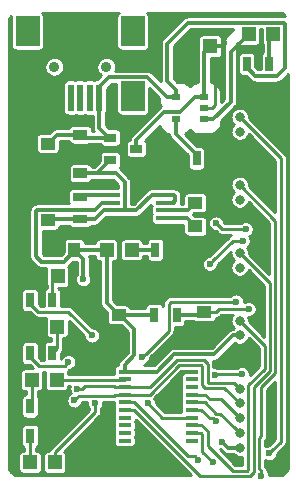
<source format=gtl>
%TF.GenerationSoftware,KiCad,Pcbnew,4.0.2-stable*%
%TF.CreationDate,2016-06-26T16:54:10-05:00*%
%TF.ProjectId,knee,6B6E65652E6B696361645F7063620000,rev?*%
%TF.FileFunction,Copper,L1,Top,Signal*%
%FSLAX46Y46*%
G04 Gerber Fmt 4.6, Leading zero omitted, Abs format (unit mm)*
G04 Created by KiCad (PCBNEW 4.0.2-stable) date 6/26/2016 4:54:10 PM*
%MOMM*%
G01*
G04 APERTURE LIST*
%ADD10C,0.100000*%
%ADD11R,1.200000X0.400000*%
%ADD12R,1.250000X1.000000*%
%ADD13R,1.000000X1.250000*%
%ADD14R,1.198880X1.198880*%
%ADD15R,1.220000X0.910000*%
%ADD16R,0.800100X0.500380*%
%ADD17R,1.998980X2.499360*%
%ADD18C,0.909320*%
%ADD19R,0.500380X2.301240*%
%ADD20R,1.270000X1.270000*%
%ADD21R,1.000760X0.800100*%
%ADD22R,1.300000X0.700000*%
%ADD23R,0.700000X1.300000*%
%ADD24R,1.099820X0.398780*%
%ADD25R,0.800000X0.800000*%
%ADD26O,0.800000X0.800000*%
%ADD27C,0.600000*%
%ADD28C,0.350000*%
%ADD29C,0.250000*%
%ADD30C,0.254000*%
G04 APERTURE END LIST*
D10*
D11*
X187050000Y-55600000D03*
X187050000Y-56250000D03*
X187050000Y-56900000D03*
X187050000Y-57550000D03*
X191250000Y-57550000D03*
X191250000Y-56900000D03*
X191250000Y-56250000D03*
X191250000Y-55600000D03*
D12*
X181500000Y-57750000D03*
X181500000Y-55750000D03*
X194000000Y-58250000D03*
X194000000Y-56250000D03*
D13*
X183750000Y-60250000D03*
X181750000Y-60250000D03*
D12*
X181500000Y-51250000D03*
X181500000Y-53250000D03*
X194750000Y-65500000D03*
X194750000Y-67500000D03*
X187500000Y-65750000D03*
X187500000Y-67750000D03*
D14*
X200598040Y-42000000D03*
X198500000Y-42000000D03*
D15*
X184250000Y-53770000D03*
X184250000Y-50500000D03*
D14*
X186500000Y-60250000D03*
X188598040Y-60250000D03*
X182250000Y-71250000D03*
X180151960Y-71250000D03*
X182098040Y-78250000D03*
X180000000Y-78250000D03*
D16*
X194750000Y-49199960D03*
X194750000Y-48250000D03*
X194750000Y-47300040D03*
X192352240Y-49199960D03*
X192352240Y-47300040D03*
D17*
X188700080Y-41750900D03*
X188700080Y-47250000D03*
X179799920Y-47250000D03*
X179799920Y-41750900D03*
D18*
X186449640Y-44750640D03*
X182050360Y-44750640D03*
D19*
X182649800Y-47351600D03*
X183449900Y-47351600D03*
X184250000Y-47351600D03*
X185050100Y-47351600D03*
X185850200Y-47351600D03*
D20*
X195250000Y-43000000D03*
X193345000Y-43000000D03*
D21*
X188997140Y-51702500D03*
X186797500Y-52655000D03*
X186797500Y-50750000D03*
D22*
X184250000Y-57650000D03*
X184250000Y-55750000D03*
D23*
X198350000Y-44500000D03*
X200250000Y-44500000D03*
X194100000Y-52500000D03*
X196000000Y-52500000D03*
X190600000Y-60250000D03*
X192500000Y-60250000D03*
X190500000Y-65750000D03*
X192400000Y-65750000D03*
X181900000Y-73500000D03*
X180000000Y-73500000D03*
X181900000Y-76000000D03*
X180000000Y-76000000D03*
D24*
X188000000Y-70553160D03*
X188000000Y-71203400D03*
X188000000Y-71853640D03*
X188000000Y-72503880D03*
X188000000Y-73154120D03*
X188000000Y-73799280D03*
X188000000Y-74449520D03*
X188000000Y-75099760D03*
X188000000Y-75750000D03*
X188000000Y-76400240D03*
X193699760Y-76400240D03*
X193699760Y-75750000D03*
X193699760Y-75099760D03*
X193699760Y-74449520D03*
X193699760Y-73799280D03*
X193699760Y-73154120D03*
X193699760Y-72503880D03*
X193699760Y-71853640D03*
X193699760Y-71203400D03*
X193699760Y-70553160D03*
D14*
X182299020Y-66750000D03*
X180200980Y-66750000D03*
X182348040Y-62500000D03*
X180250000Y-62500000D03*
D25*
X197750000Y-57250000D03*
D26*
X197750000Y-56000000D03*
X197750000Y-54750000D03*
D25*
X197750000Y-78250000D03*
D26*
X197750000Y-77000000D03*
X197750000Y-75750000D03*
X197750000Y-74500000D03*
X197750000Y-73250000D03*
X197750000Y-72000000D03*
D25*
X197750000Y-63000000D03*
D26*
X197750000Y-61750000D03*
X197750000Y-60500000D03*
D25*
X197750000Y-68750000D03*
D26*
X197750000Y-67500000D03*
X197750000Y-66250000D03*
D23*
X181900000Y-69000000D03*
X180000000Y-69000000D03*
X181900000Y-64500000D03*
X180000000Y-64500000D03*
D25*
X197750000Y-51500000D03*
D26*
X197750000Y-50250000D03*
X197750000Y-49000000D03*
D27*
X184500000Y-62750000D03*
X196250000Y-76500000D03*
X189250000Y-65000000D03*
X195624980Y-44967045D03*
X196625020Y-66624980D03*
X196625020Y-62967045D03*
X200250000Y-74000000D03*
X200250000Y-76500000D03*
X199250000Y-69750000D03*
X183000000Y-75500000D03*
X191500000Y-73250000D03*
X184675020Y-59000000D03*
X182750000Y-56000000D03*
X193500000Y-44750000D03*
X198500000Y-65250000D03*
X185500000Y-73254749D03*
X190000000Y-73250000D03*
X196400000Y-42750000D03*
X184000000Y-72000000D03*
X183750000Y-73000000D03*
X199575033Y-79375030D03*
X194250000Y-78000000D03*
X200227590Y-77477032D03*
X195500000Y-78250000D03*
X189500000Y-69324980D03*
X197436326Y-64624980D03*
X183250000Y-69750000D03*
X195220483Y-61440965D03*
X198000000Y-59500000D03*
X195750000Y-58000000D03*
X198250000Y-58500000D03*
X195649702Y-70874971D03*
X197925051Y-70750000D03*
X195750000Y-74750000D03*
X185250000Y-67500000D03*
D28*
X187050000Y-55600000D02*
X184400000Y-55600000D01*
X184400000Y-55600000D02*
X184250000Y-55750000D01*
X188000000Y-70553160D02*
X188000000Y-70003770D01*
X188000000Y-70003770D02*
X188824999Y-69178771D01*
X192223607Y-69078751D02*
X190749197Y-70553160D01*
X188824999Y-69178771D02*
X188824999Y-66949999D01*
X195605565Y-69078749D02*
X192223607Y-69078751D01*
X188824999Y-66949999D02*
X187625000Y-65750000D01*
X187625000Y-65750000D02*
X187500000Y-65750000D01*
X197750000Y-67500000D02*
X197184314Y-67500000D01*
X197184314Y-67500000D02*
X195605565Y-69078749D01*
X190749197Y-70553160D02*
X188899910Y-70553160D01*
X188899910Y-70553160D02*
X188000000Y-70553160D01*
X184500000Y-62750000D02*
X184500000Y-61000000D01*
X184500000Y-61000000D02*
X183750000Y-60250000D01*
X183750000Y-60375000D02*
X183750000Y-60250000D01*
X180949999Y-61250001D02*
X182874999Y-61250001D01*
X180499999Y-60800001D02*
X180949999Y-61250001D01*
X180499999Y-56949999D02*
X180499999Y-60800001D01*
X180574999Y-56874999D02*
X180499999Y-56949999D01*
X182874999Y-61250001D02*
X183750000Y-60375000D01*
X185475001Y-56874999D02*
X180574999Y-56874999D01*
X186100000Y-56250000D02*
X185475001Y-56874999D01*
X187050000Y-56250000D02*
X186100000Y-56250000D01*
X197750000Y-77000000D02*
X196750000Y-77000000D01*
X196750000Y-77000000D02*
X196250000Y-76500000D01*
X186500000Y-60250000D02*
X186500000Y-64750000D01*
X186500000Y-64750000D02*
X187500000Y-65750000D01*
X190500000Y-65750000D02*
X187500000Y-65750000D01*
X186500000Y-60250000D02*
X183750000Y-60250000D01*
X186227832Y-56900000D02*
X185477832Y-57650000D01*
X187050000Y-56900000D02*
X186227832Y-56900000D01*
X185250000Y-57650000D02*
X184250000Y-57650000D01*
X185477832Y-57650000D02*
X185250000Y-57650000D01*
X192250000Y-56100000D02*
X192250000Y-55650000D01*
X192250000Y-55650000D02*
X192200000Y-55600000D01*
X192200000Y-55600000D02*
X191250000Y-55600000D01*
X192200000Y-56250000D02*
X192200000Y-56150000D01*
X192200000Y-56150000D02*
X192250000Y-56100000D01*
X191250000Y-56250000D02*
X192200000Y-56250000D01*
X191250000Y-55600000D02*
X190300000Y-55600000D01*
X190300000Y-55600000D02*
X189000000Y-56900000D01*
X189000000Y-56900000D02*
X188000000Y-56900000D01*
X188000000Y-56900000D02*
X187050000Y-56900000D01*
X184250000Y-57650000D02*
X181600000Y-57650000D01*
X181600000Y-57650000D02*
X181500000Y-57750000D01*
X187270000Y-53770000D02*
X188025001Y-54525001D01*
X188025001Y-54525001D02*
X188025001Y-56874999D01*
X188025001Y-56874999D02*
X188000000Y-56900000D01*
X184250000Y-53770000D02*
X187270000Y-53770000D01*
X184250000Y-53770000D02*
X185682500Y-53770000D01*
X185682500Y-53770000D02*
X186797500Y-52655000D01*
X189250000Y-65000000D02*
X192500000Y-61750000D01*
X192500000Y-61750000D02*
X192500000Y-60250000D01*
D29*
X195624980Y-45391309D02*
X195624980Y-44967045D01*
X195400050Y-48250000D02*
X195624980Y-48025070D01*
X195624980Y-48025070D02*
X195624980Y-45391309D01*
X194750000Y-48250000D02*
X195400050Y-48250000D01*
D28*
X194750000Y-67500000D02*
X195750000Y-67500000D01*
X196657975Y-63000000D02*
X196625020Y-62967045D01*
X195750000Y-67500000D02*
X196325021Y-66924979D01*
X196325021Y-66924979D02*
X196625020Y-66624980D01*
X197750000Y-63000000D02*
X196657975Y-63000000D01*
X200250000Y-76500000D02*
X200250000Y-74000000D01*
X197750000Y-68750000D02*
X198250000Y-68750000D01*
X198250000Y-68750000D02*
X199250000Y-69750000D01*
X183000000Y-75500000D02*
X182400000Y-75500000D01*
X182400000Y-75500000D02*
X181900000Y-76000000D01*
X192000000Y-71353010D02*
X192000000Y-72750000D01*
X192000000Y-72750000D02*
X191500000Y-73250000D01*
X193699760Y-70553160D02*
X192799850Y-70553160D01*
X192799850Y-70553160D02*
X192000000Y-71353010D01*
D29*
X185099284Y-59000000D02*
X184675020Y-59000000D01*
X186650000Y-57550000D02*
X185200000Y-59000000D01*
X187050000Y-57550000D02*
X186650000Y-57550000D01*
X182875000Y-59000000D02*
X184675020Y-59000000D01*
X181750000Y-60250000D02*
X181750000Y-60125000D01*
X185200000Y-59000000D02*
X185099284Y-59000000D01*
X181750000Y-60125000D02*
X182875000Y-59000000D01*
X181500000Y-55750000D02*
X182500000Y-55750000D01*
X182500000Y-55750000D02*
X182750000Y-56000000D01*
X193500000Y-44750000D02*
X193500000Y-43155000D01*
X193500000Y-43155000D02*
X193345000Y-43000000D01*
D28*
X181500000Y-55750000D02*
X181500000Y-53250000D01*
X191250000Y-57550000D02*
X193300000Y-57550000D01*
X193300000Y-57550000D02*
X194000000Y-58250000D01*
X194000000Y-56250000D02*
X193350000Y-56900000D01*
X193350000Y-56900000D02*
X191250000Y-56900000D01*
X185850200Y-47351600D02*
X185850200Y-46451170D01*
X185850200Y-46451170D02*
X186676051Y-45625319D01*
X186676051Y-45625319D02*
X189927469Y-45625319D01*
X189927469Y-45625319D02*
X191602190Y-47300040D01*
X191602190Y-47300040D02*
X192352240Y-47300040D01*
X198350000Y-44500000D02*
X198350000Y-44800000D01*
X198350000Y-44800000D02*
X199075001Y-45525001D01*
X199075001Y-45525001D02*
X200900001Y-45525001D01*
X200900001Y-45525001D02*
X201572481Y-44852521D01*
X201572481Y-44852521D02*
X201572481Y-41100559D01*
X201572481Y-41100559D02*
X201497481Y-41025559D01*
X201497481Y-41025559D02*
X193374439Y-41025559D01*
X193374439Y-41025559D02*
X191602190Y-42797808D01*
X191602190Y-42797808D02*
X191602190Y-45949800D01*
X191602190Y-45949800D02*
X192352240Y-46699850D01*
X192352240Y-46699850D02*
X192352240Y-47300040D01*
X184250000Y-50500000D02*
X182250000Y-50500000D01*
X182250000Y-50500000D02*
X181500000Y-51250000D01*
X186797500Y-50750000D02*
X184500000Y-50750000D01*
X184500000Y-50750000D02*
X184250000Y-50500000D01*
X185850200Y-47351600D02*
X185850200Y-49903030D01*
X185850200Y-49903030D02*
X186697170Y-50750000D01*
X186697170Y-50750000D02*
X186797500Y-50750000D01*
D29*
X195764954Y-74124998D02*
X196124998Y-74124998D01*
X194794076Y-73154120D02*
X195764954Y-74124998D01*
X196124998Y-74124998D02*
X197350001Y-75350001D01*
X193699760Y-73154120D02*
X194794076Y-73154120D01*
X197350001Y-75350001D02*
X197750000Y-75750000D01*
X196000000Y-65250000D02*
X195750000Y-65500000D01*
X195750000Y-65500000D02*
X194750000Y-65500000D01*
X198500000Y-65250000D02*
X196000000Y-65250000D01*
D28*
X192400000Y-65750000D02*
X194500000Y-65750000D01*
X194500000Y-65750000D02*
X194750000Y-65500000D01*
X200250000Y-44500000D02*
X200250000Y-42348040D01*
X200250000Y-42348040D02*
X200598040Y-42000000D01*
X197000000Y-43500000D02*
X198500000Y-42000000D01*
X197000000Y-47700010D02*
X197000000Y-43500000D01*
X195500050Y-49199960D02*
X197000000Y-47700010D01*
X194750000Y-49199960D02*
X195500050Y-49199960D01*
X190600000Y-60250000D02*
X188598040Y-60250000D01*
D29*
X187953400Y-71250000D02*
X188000000Y-71203400D01*
X182250000Y-71250000D02*
X187953400Y-71250000D01*
X180151960Y-71250000D02*
X180151960Y-73348040D01*
X180151960Y-73348040D02*
X180000000Y-73500000D01*
X185500000Y-73998600D02*
X185500000Y-73679013D01*
X182098040Y-77400560D02*
X185500000Y-73998600D01*
X182098040Y-78250000D02*
X182098040Y-77400560D01*
X185500000Y-73679013D02*
X185500000Y-73254749D01*
X191199520Y-74449520D02*
X190000000Y-73250000D01*
X193699760Y-74449520D02*
X191199520Y-74449520D01*
X180000000Y-76000000D02*
X180000000Y-78250000D01*
D28*
X195250000Y-43000000D02*
X196150000Y-43000000D01*
X196150000Y-43000000D02*
X196400000Y-42750000D01*
X193999950Y-47300040D02*
X194750000Y-47300040D01*
X192725221Y-48574769D02*
X193999950Y-47300040D01*
X191374821Y-48574769D02*
X192725221Y-48574769D01*
X188997140Y-50952450D02*
X191374821Y-48574769D01*
X188997140Y-51702500D02*
X188997140Y-50952450D01*
X194750000Y-47300040D02*
X194750000Y-43500000D01*
X194750000Y-43500000D02*
X195250000Y-43000000D01*
X194100000Y-52500000D02*
X194100000Y-52200000D01*
X194100000Y-52200000D02*
X192352240Y-50452240D01*
X192352240Y-50452240D02*
X192352240Y-49199960D01*
D29*
X197249982Y-71499982D02*
X195024682Y-71499982D01*
X188799910Y-71853640D02*
X188000000Y-71853640D01*
X195024682Y-69907369D02*
X194696071Y-69578758D01*
X190155839Y-71853640D02*
X188799910Y-71853640D01*
X195024682Y-71499982D02*
X195024682Y-69907369D01*
X197750000Y-72000000D02*
X197249982Y-71499982D01*
X192430721Y-69578758D02*
X190155839Y-71853640D01*
X194696071Y-69578758D02*
X192430721Y-69578758D01*
X184000000Y-72000000D02*
X184424264Y-72000000D01*
X184424264Y-72000000D02*
X184624273Y-71799991D01*
X184624273Y-71799991D02*
X187146441Y-71799991D01*
X187146441Y-71799991D02*
X187200090Y-71853640D01*
X187200090Y-71853640D02*
X188000000Y-71853640D01*
X194574671Y-70093769D02*
X194509671Y-70028769D01*
X194509671Y-70028769D02*
X192617121Y-70028769D01*
X190142010Y-72503880D02*
X188799910Y-72503880D01*
X188799910Y-72503880D02*
X188000000Y-72503880D01*
X192617121Y-70028769D02*
X190142010Y-72503880D01*
X194838282Y-71949993D02*
X194574671Y-71686382D01*
X194574671Y-71686382D02*
X194574671Y-70093769D01*
X196449993Y-71949993D02*
X194838282Y-71949993D01*
X197750000Y-73250000D02*
X196449993Y-71949993D01*
X184120271Y-72629729D02*
X187074241Y-72629729D01*
X183750000Y-73000000D02*
X184120271Y-72629729D01*
X187074241Y-72629729D02*
X187200090Y-72503880D01*
X187200090Y-72503880D02*
X188000000Y-72503880D01*
X199375023Y-76199975D02*
X199375023Y-78750756D01*
X197750000Y-54750000D02*
X200775024Y-57775024D01*
X199575031Y-71872795D02*
X199575031Y-75999967D01*
X199575031Y-75999967D02*
X199375023Y-76199975D01*
X200775024Y-57775024D02*
X200775024Y-70672802D01*
X199375023Y-78750756D02*
X199575033Y-78950766D01*
X199575033Y-78950766D02*
X199575033Y-79375030D01*
X200775024Y-70672802D02*
X199575031Y-71872795D01*
X193345791Y-77700001D02*
X188799910Y-73154120D01*
X188799910Y-73154120D02*
X188000000Y-73154120D01*
X194250000Y-78000000D02*
X193950001Y-77700001D01*
X193950001Y-77700001D02*
X193345791Y-77700001D01*
X197750000Y-60500000D02*
X200325013Y-63075013D01*
X194425642Y-79425012D02*
X188799910Y-73799280D01*
X200325013Y-70486402D02*
X198950011Y-71861404D01*
X198950011Y-71861404D02*
X198950011Y-75988576D01*
X198950011Y-75988576D02*
X198925012Y-76013575D01*
X198925012Y-76013575D02*
X198925012Y-79096401D01*
X198596401Y-79425012D02*
X194425642Y-79425012D01*
X198925012Y-79096401D02*
X198596401Y-79425012D01*
X200325013Y-63075013D02*
X200325013Y-70486402D01*
X188799910Y-73799280D02*
X188000000Y-73799280D01*
X200527589Y-77177033D02*
X200227590Y-77477032D01*
X201225035Y-52475035D02*
X201225035Y-76479587D01*
X197750000Y-49000000D02*
X201225035Y-52475035D01*
X201225035Y-76479587D02*
X200527589Y-77177033D01*
X193699760Y-75750000D02*
X194499670Y-75750000D01*
X194499670Y-75750000D02*
X194574671Y-75825001D01*
X194574671Y-75825001D02*
X194574671Y-77324671D01*
X194574671Y-77324671D02*
X195500000Y-78250000D01*
X199875002Y-70300002D02*
X198475001Y-71700003D01*
X195024682Y-76849678D02*
X195024682Y-75624772D01*
X195024682Y-75624772D02*
X194499670Y-75099760D01*
X197150005Y-78975001D02*
X195024682Y-76849678D01*
X197750000Y-66250000D02*
X199875002Y-68375002D01*
X198475001Y-78910001D02*
X198410001Y-78975001D01*
X199875002Y-68375002D02*
X199875002Y-70300002D01*
X198410001Y-78975001D02*
X197150005Y-78975001D01*
X198475001Y-71700003D02*
X198475001Y-78910001D01*
X194499670Y-75099760D02*
X193699760Y-75099760D01*
X194806006Y-72503880D02*
X195202148Y-72900020D01*
X196150021Y-72900021D02*
X197350001Y-74100001D01*
X195202148Y-72900020D02*
X196150021Y-72900021D01*
X197350001Y-74100001D02*
X197750000Y-74500000D01*
X193699760Y-72503880D02*
X194806006Y-72503880D01*
X182299020Y-66750000D02*
X182299020Y-68600980D01*
X182299020Y-68600980D02*
X181900000Y-69000000D01*
X181900000Y-64500000D02*
X181900000Y-62948040D01*
X181900000Y-62948040D02*
X182348040Y-62500000D01*
X191940018Y-64624980D02*
X191724999Y-64839999D01*
X197436326Y-64624980D02*
X191940018Y-64624980D01*
X191724999Y-67099981D02*
X189799999Y-69024981D01*
X191724999Y-64839999D02*
X191724999Y-67099981D01*
X189799999Y-69024981D02*
X189500000Y-69324980D01*
X183250000Y-69750000D02*
X182950001Y-70049999D01*
X182950001Y-70049999D02*
X180749999Y-70049999D01*
X180749999Y-70049999D02*
X180000000Y-69300000D01*
X180000000Y-69300000D02*
X180000000Y-69000000D01*
X197161448Y-59500000D02*
X195520482Y-61140966D01*
X195520482Y-61140966D02*
X195220483Y-61440965D01*
X198000000Y-59500000D02*
X197161448Y-59500000D01*
X198250000Y-58500000D02*
X196250000Y-58500000D01*
X196250000Y-58500000D02*
X195750000Y-58000000D01*
X195774673Y-70750000D02*
X195649702Y-70874971D01*
X197925051Y-70750000D02*
X195774673Y-70750000D01*
X195200390Y-74500000D02*
X195500000Y-74500000D01*
X195500000Y-74500000D02*
X195750000Y-74750000D01*
X193699760Y-73799280D02*
X194499670Y-73799280D01*
X194499670Y-73799280D02*
X195200390Y-74500000D01*
X180000000Y-64500000D02*
X180000000Y-64800000D01*
X180000000Y-64800000D02*
X180700000Y-65500000D01*
X180700000Y-65500000D02*
X183250000Y-65500000D01*
X183250000Y-65500000D02*
X185250000Y-67500000D01*
D30*
G36*
X187447055Y-40214360D02*
X187377175Y-40296350D01*
X187332904Y-40394562D01*
X187317747Y-40501220D01*
X187317747Y-43000580D01*
X187322585Y-43061253D01*
X187354454Y-43164160D01*
X187413730Y-43254115D01*
X187495720Y-43323995D01*
X187593932Y-43368266D01*
X187700590Y-43383423D01*
X189699570Y-43383423D01*
X189760243Y-43378585D01*
X189863150Y-43346716D01*
X189953105Y-43287440D01*
X190022985Y-43205450D01*
X190067256Y-43107238D01*
X190082413Y-43000580D01*
X190082413Y-40501220D01*
X190077575Y-40440547D01*
X190045706Y-40337640D01*
X189986430Y-40247685D01*
X189908189Y-40181000D01*
X201267475Y-40181000D01*
X201290240Y-40193168D01*
X201573977Y-40426023D01*
X201621999Y-40484538D01*
X201613080Y-40481709D01*
X201610175Y-40481383D01*
X201607378Y-40480528D01*
X201556268Y-40475336D01*
X201505244Y-40469613D01*
X201499532Y-40469573D01*
X201499421Y-40469562D01*
X201499318Y-40469572D01*
X201497481Y-40469559D01*
X193374439Y-40469559D01*
X193323392Y-40474564D01*
X193272163Y-40479046D01*
X193269351Y-40479863D01*
X193266445Y-40480148D01*
X193217285Y-40494990D01*
X193167959Y-40509321D01*
X193165366Y-40510665D01*
X193162564Y-40511511D01*
X193117192Y-40535636D01*
X193071620Y-40559258D01*
X193069335Y-40561082D01*
X193066753Y-40562455D01*
X193026977Y-40594896D01*
X192986815Y-40626956D01*
X192982743Y-40630972D01*
X192982662Y-40631038D01*
X192982600Y-40631113D01*
X192981288Y-40632407D01*
X191209039Y-42404657D01*
X191176465Y-42444313D01*
X191143427Y-42483686D01*
X191142018Y-42486248D01*
X191140163Y-42488507D01*
X191115883Y-42533789D01*
X191091151Y-42578776D01*
X191090268Y-42581560D01*
X191088885Y-42584139D01*
X191073861Y-42633282D01*
X191058340Y-42682209D01*
X191058014Y-42685114D01*
X191057159Y-42687911D01*
X191051967Y-42739021D01*
X191046244Y-42790045D01*
X191046204Y-42795757D01*
X191046193Y-42795868D01*
X191046203Y-42795971D01*
X191046190Y-42797808D01*
X191046190Y-45949800D01*
X191047053Y-45958601D01*
X190320620Y-45232168D01*
X190280964Y-45199594D01*
X190241591Y-45166556D01*
X190239029Y-45165147D01*
X190236770Y-45163292D01*
X190191488Y-45139012D01*
X190146501Y-45114280D01*
X190143717Y-45113397D01*
X190141138Y-45112014D01*
X190091995Y-45096990D01*
X190043068Y-45081469D01*
X190040163Y-45081143D01*
X190037366Y-45080288D01*
X189986256Y-45075096D01*
X189935232Y-45069373D01*
X189929520Y-45069333D01*
X189929409Y-45069322D01*
X189929306Y-45069332D01*
X189927469Y-45069319D01*
X187222537Y-45069319D01*
X187246414Y-45015691D01*
X187282722Y-44855883D01*
X187285335Y-44668699D01*
X187253504Y-44507939D01*
X187191054Y-44356423D01*
X187100363Y-44219923D01*
X186984887Y-44103638D01*
X186849023Y-44011996D01*
X186697947Y-43948490D01*
X186537413Y-43915537D01*
X186373536Y-43914393D01*
X186212557Y-43945101D01*
X186060609Y-44006492D01*
X185923479Y-44096228D01*
X185806390Y-44210889D01*
X185713803Y-44346110D01*
X185649243Y-44496739D01*
X185615170Y-44657039D01*
X185612882Y-44820905D01*
X185642466Y-44982094D01*
X185702794Y-45134467D01*
X185791570Y-45272220D01*
X185905412Y-45390106D01*
X186034938Y-45480129D01*
X185696931Y-45818137D01*
X185600010Y-45818137D01*
X185539337Y-45822975D01*
X185447292Y-45851480D01*
X185406948Y-45833294D01*
X185300290Y-45818137D01*
X184799910Y-45818137D01*
X184739237Y-45822975D01*
X184647192Y-45851480D01*
X184606848Y-45833294D01*
X184500190Y-45818137D01*
X183999810Y-45818137D01*
X183939137Y-45822975D01*
X183847092Y-45851480D01*
X183806748Y-45833294D01*
X183700090Y-45818137D01*
X183199710Y-45818137D01*
X183139037Y-45822975D01*
X183036130Y-45854844D01*
X182946175Y-45914120D01*
X182876295Y-45996110D01*
X182832024Y-46094322D01*
X182816867Y-46200980D01*
X182816867Y-48502220D01*
X182821705Y-48562893D01*
X182853574Y-48665800D01*
X182912850Y-48755755D01*
X182994840Y-48825635D01*
X183093052Y-48869906D01*
X183199710Y-48885063D01*
X183700090Y-48885063D01*
X183760763Y-48880225D01*
X183852808Y-48851720D01*
X183893152Y-48869906D01*
X183999810Y-48885063D01*
X184500190Y-48885063D01*
X184560863Y-48880225D01*
X184652908Y-48851720D01*
X184693252Y-48869906D01*
X184799910Y-48885063D01*
X185294200Y-48885063D01*
X185294200Y-49903030D01*
X185299209Y-49954119D01*
X185303688Y-50005307D01*
X185304504Y-50008115D01*
X185304789Y-50011024D01*
X185319640Y-50060213D01*
X185333962Y-50109510D01*
X185335306Y-50112103D01*
X185336152Y-50114905D01*
X185360277Y-50160277D01*
X185377757Y-50194000D01*
X185242843Y-50194000D01*
X185242843Y-50045000D01*
X185238005Y-49984327D01*
X185206136Y-49881420D01*
X185146860Y-49791465D01*
X185064870Y-49721585D01*
X184966658Y-49677314D01*
X184860000Y-49662157D01*
X183640000Y-49662157D01*
X183579327Y-49666995D01*
X183476420Y-49698864D01*
X183386465Y-49758140D01*
X183316585Y-49840130D01*
X183272314Y-49938342D01*
X183271510Y-49944000D01*
X182250000Y-49944000D01*
X182198911Y-49949009D01*
X182147723Y-49953488D01*
X182144915Y-49954304D01*
X182142006Y-49954589D01*
X182092817Y-49969440D01*
X182043520Y-49983762D01*
X182040927Y-49985106D01*
X182038125Y-49985952D01*
X181992753Y-50010077D01*
X181947181Y-50033699D01*
X181944896Y-50035523D01*
X181942314Y-50036896D01*
X181902507Y-50069362D01*
X181862376Y-50101398D01*
X181858310Y-50105408D01*
X181858223Y-50105479D01*
X181858156Y-50105560D01*
X181856849Y-50106849D01*
X181596541Y-50367157D01*
X180875000Y-50367157D01*
X180814327Y-50371995D01*
X180711420Y-50403864D01*
X180621465Y-50463140D01*
X180551585Y-50545130D01*
X180507314Y-50643342D01*
X180492157Y-50750000D01*
X180492157Y-51750000D01*
X180496995Y-51810673D01*
X180528864Y-51913580D01*
X180588140Y-52003535D01*
X180670130Y-52073415D01*
X180768342Y-52117686D01*
X180875000Y-52132843D01*
X182125000Y-52132843D01*
X182185673Y-52128005D01*
X182288580Y-52096136D01*
X182378535Y-52036860D01*
X182448415Y-51954870D01*
X182492686Y-51856658D01*
X182507843Y-51750000D01*
X182507843Y-51056000D01*
X183274484Y-51056000D01*
X183293864Y-51118580D01*
X183353140Y-51208535D01*
X183435130Y-51278415D01*
X183533342Y-51322686D01*
X183640000Y-51337843D01*
X184860000Y-51337843D01*
X184920673Y-51333005D01*
X185007874Y-51306000D01*
X185948621Y-51306000D01*
X185950984Y-51313630D01*
X186010260Y-51403585D01*
X186092250Y-51473465D01*
X186190462Y-51517736D01*
X186297120Y-51532893D01*
X187297880Y-51532893D01*
X187358553Y-51528055D01*
X187461460Y-51496186D01*
X187551415Y-51436910D01*
X187621295Y-51354920D01*
X187665566Y-51256708D01*
X187680723Y-51150050D01*
X187680723Y-50349950D01*
X187675885Y-50289277D01*
X187644016Y-50186370D01*
X187584740Y-50096415D01*
X187502750Y-50026535D01*
X187404538Y-49982264D01*
X187297880Y-49967107D01*
X186700580Y-49967107D01*
X186406200Y-49672728D01*
X186406200Y-48727746D01*
X186423805Y-48707090D01*
X186468076Y-48608878D01*
X186483233Y-48502220D01*
X186483233Y-46604439D01*
X186906354Y-46181319D01*
X187317747Y-46181319D01*
X187317747Y-48499680D01*
X187322585Y-48560353D01*
X187354454Y-48663260D01*
X187413730Y-48753215D01*
X187495720Y-48823095D01*
X187593932Y-48867366D01*
X187700590Y-48882523D01*
X189699570Y-48882523D01*
X189760243Y-48877685D01*
X189863150Y-48845816D01*
X189953105Y-48786540D01*
X190022985Y-48704550D01*
X190067256Y-48606338D01*
X190082413Y-48499680D01*
X190082413Y-46566565D01*
X190921065Y-47405217D01*
X190921065Y-47550230D01*
X190934096Y-47713642D01*
X191019929Y-47990807D01*
X191090980Y-48098631D01*
X191072002Y-48108468D01*
X191069717Y-48110292D01*
X191067135Y-48111665D01*
X191027359Y-48144106D01*
X190987197Y-48176166D01*
X190983125Y-48180182D01*
X190983044Y-48180248D01*
X190982982Y-48180323D01*
X190981670Y-48181617D01*
X188603989Y-50559299D01*
X188571415Y-50598955D01*
X188538377Y-50638328D01*
X188536968Y-50640890D01*
X188535113Y-50643149D01*
X188510833Y-50688431D01*
X188486101Y-50733418D01*
X188485218Y-50736202D01*
X188483835Y-50738781D01*
X188468811Y-50787924D01*
X188453290Y-50836851D01*
X188452964Y-50839756D01*
X188452109Y-50842553D01*
X188446917Y-50893663D01*
X188443531Y-50923851D01*
X188436087Y-50924445D01*
X188333180Y-50956314D01*
X188243225Y-51015590D01*
X188173345Y-51097580D01*
X188129074Y-51195792D01*
X188113917Y-51302450D01*
X188113917Y-52102550D01*
X188118755Y-52163223D01*
X188150624Y-52266130D01*
X188209900Y-52356085D01*
X188291890Y-52425965D01*
X188390102Y-52470236D01*
X188496760Y-52485393D01*
X189497520Y-52485393D01*
X189558193Y-52480555D01*
X189661100Y-52448686D01*
X189751055Y-52389410D01*
X189820935Y-52307420D01*
X189865206Y-52209208D01*
X189880363Y-52102550D01*
X189880363Y-51302450D01*
X189875525Y-51241777D01*
X189843656Y-51138870D01*
X189784380Y-51048915D01*
X189731795Y-51004097D01*
X190978605Y-49757287D01*
X191019929Y-49890727D01*
X191179580Y-50133006D01*
X191400407Y-50321215D01*
X191664925Y-50440452D01*
X191796923Y-50459210D01*
X191801249Y-50503329D01*
X191805728Y-50554517D01*
X191806544Y-50557325D01*
X191806829Y-50560234D01*
X191821680Y-50609423D01*
X191836002Y-50658720D01*
X191837346Y-50661313D01*
X191838192Y-50664115D01*
X191862317Y-50709487D01*
X191885939Y-50755059D01*
X191887763Y-50757344D01*
X191889136Y-50759926D01*
X191921602Y-50799733D01*
X191953638Y-50839864D01*
X191957648Y-50843930D01*
X191957719Y-50844017D01*
X191957800Y-50844084D01*
X191959089Y-50845391D01*
X193367157Y-52253459D01*
X193367157Y-53150000D01*
X193371995Y-53210673D01*
X193403864Y-53313580D01*
X193463140Y-53403535D01*
X193545130Y-53473415D01*
X193643342Y-53517686D01*
X193750000Y-53532843D01*
X194450000Y-53532843D01*
X194510673Y-53528005D01*
X194613580Y-53496136D01*
X194703535Y-53436860D01*
X194773415Y-53354870D01*
X194817686Y-53256658D01*
X194832843Y-53150000D01*
X194832843Y-51850000D01*
X194828005Y-51789327D01*
X194796136Y-51686420D01*
X194736860Y-51596465D01*
X194654870Y-51526585D01*
X194556658Y-51482314D01*
X194450000Y-51467157D01*
X194153459Y-51467157D01*
X193098070Y-50411768D01*
X193192867Y-50382411D01*
X193435146Y-50222760D01*
X193548694Y-50089534D01*
X193577340Y-50133006D01*
X193798167Y-50321215D01*
X194062685Y-50440452D01*
X194349950Y-50481275D01*
X195150050Y-50481275D01*
X195313462Y-50468244D01*
X195590627Y-50382411D01*
X195832906Y-50222760D01*
X196021115Y-50001933D01*
X196140352Y-49737415D01*
X196181175Y-49450150D01*
X196181175Y-49305137D01*
X197393152Y-48093161D01*
X197425732Y-48053497D01*
X197458763Y-48014132D01*
X197460173Y-48011567D01*
X197462027Y-48009310D01*
X197486285Y-47964069D01*
X197511039Y-47919042D01*
X197511923Y-47916256D01*
X197513305Y-47913678D01*
X197528325Y-47864550D01*
X197543850Y-47815609D01*
X197544176Y-47812704D01*
X197545031Y-47809907D01*
X197550223Y-47758797D01*
X197555946Y-47707773D01*
X197555986Y-47702061D01*
X197555997Y-47701950D01*
X197555987Y-47701847D01*
X197556000Y-47700010D01*
X197556000Y-42780862D01*
X197562137Y-42774725D01*
X197613700Y-42852975D01*
X197695690Y-42922855D01*
X197793902Y-42967126D01*
X197900560Y-42982283D01*
X199099440Y-42982283D01*
X199160113Y-42977445D01*
X199263020Y-42945576D01*
X199352975Y-42886300D01*
X199422855Y-42804310D01*
X199467126Y-42706098D01*
X199482283Y-42599440D01*
X199482283Y-41581559D01*
X199615757Y-41581559D01*
X199615757Y-42599440D01*
X199620595Y-42660113D01*
X199652464Y-42763020D01*
X199694000Y-42826053D01*
X199694000Y-43531817D01*
X199646465Y-43563140D01*
X199576585Y-43645130D01*
X199532314Y-43743342D01*
X199517157Y-43850000D01*
X199517157Y-44969001D01*
X199305304Y-44969001D01*
X199082843Y-44746541D01*
X199082843Y-43850000D01*
X199078005Y-43789327D01*
X199046136Y-43686420D01*
X198986860Y-43596465D01*
X198904870Y-43526585D01*
X198806658Y-43482314D01*
X198700000Y-43467157D01*
X198000000Y-43467157D01*
X197939327Y-43471995D01*
X197836420Y-43503864D01*
X197746465Y-43563140D01*
X197676585Y-43645130D01*
X197632314Y-43743342D01*
X197617157Y-43850000D01*
X197617157Y-45150000D01*
X197621995Y-45210673D01*
X197653864Y-45313580D01*
X197713140Y-45403535D01*
X197795130Y-45473415D01*
X197893342Y-45517686D01*
X198000000Y-45532843D01*
X198296541Y-45532843D01*
X198681849Y-45918152D01*
X198721530Y-45950747D01*
X198760879Y-45983764D01*
X198763441Y-45985173D01*
X198765700Y-45987028D01*
X198810982Y-46011308D01*
X198855969Y-46036040D01*
X198858753Y-46036923D01*
X198861332Y-46038306D01*
X198910475Y-46053330D01*
X198959402Y-46068851D01*
X198962307Y-46069177D01*
X198965104Y-46070032D01*
X199016170Y-46075219D01*
X199067238Y-46080947D01*
X199072961Y-46080987D01*
X199073061Y-46080997D01*
X199073155Y-46080988D01*
X199075001Y-46081001D01*
X200900001Y-46081001D01*
X200951090Y-46075992D01*
X201002278Y-46071513D01*
X201005086Y-46070697D01*
X201007995Y-46070412D01*
X201057184Y-46055561D01*
X201106481Y-46041239D01*
X201109074Y-46039895D01*
X201111876Y-46039049D01*
X201157248Y-46014924D01*
X201202820Y-45991302D01*
X201205105Y-45989478D01*
X201207687Y-45988105D01*
X201247494Y-45955639D01*
X201287625Y-45923603D01*
X201291691Y-45919593D01*
X201291778Y-45919522D01*
X201291845Y-45919441D01*
X201293152Y-45918152D01*
X201819000Y-45392305D01*
X201819000Y-78767475D01*
X201806832Y-78790240D01*
X201573977Y-79073977D01*
X201290240Y-79306832D01*
X201267475Y-79319000D01*
X200255912Y-79319000D01*
X200256062Y-79308255D01*
X200230122Y-79177247D01*
X200179230Y-79053773D01*
X200105324Y-78942536D01*
X200077476Y-78914493D01*
X200076471Y-78904236D01*
X200072398Y-78857687D01*
X200071656Y-78855132D01*
X200071396Y-78852483D01*
X200057884Y-78807730D01*
X200044847Y-78762855D01*
X200043622Y-78760493D01*
X200042853Y-78757944D01*
X200020909Y-78716673D01*
X199999400Y-78675178D01*
X199997739Y-78673098D01*
X199996491Y-78670750D01*
X199966969Y-78634553D01*
X199937790Y-78598000D01*
X199934139Y-78594298D01*
X199934076Y-78594221D01*
X199934005Y-78594162D01*
X199932829Y-78592970D01*
X199881023Y-78541164D01*
X199881023Y-78065523D01*
X199893750Y-78074368D01*
X200016131Y-78127835D01*
X200146567Y-78156513D01*
X200280088Y-78159310D01*
X200411610Y-78136119D01*
X200536123Y-78087824D01*
X200648884Y-78016264D01*
X200745598Y-77924164D01*
X200822581Y-77815034D01*
X200876901Y-77693029D01*
X200906489Y-77562797D01*
X200907184Y-77513030D01*
X201582831Y-76837383D01*
X201612518Y-76801242D01*
X201642542Y-76765460D01*
X201643822Y-76763132D01*
X201645514Y-76761072D01*
X201667636Y-76719814D01*
X201690117Y-76678922D01*
X201690921Y-76676389D01*
X201692180Y-76674040D01*
X201705848Y-76629331D01*
X201719978Y-76584790D01*
X201720275Y-76582143D01*
X201721052Y-76579601D01*
X201725771Y-76533141D01*
X201730986Y-76486652D01*
X201731022Y-76481451D01*
X201731032Y-76481353D01*
X201731023Y-76481262D01*
X201731035Y-76479587D01*
X201731035Y-52475035D01*
X201726477Y-52428546D01*
X201722400Y-52381956D01*
X201721658Y-52379401D01*
X201721398Y-52376752D01*
X201707886Y-52331999D01*
X201694849Y-52287124D01*
X201693624Y-52284762D01*
X201692855Y-52282213D01*
X201670932Y-52240981D01*
X201649403Y-52199447D01*
X201647739Y-52197363D01*
X201646493Y-52195019D01*
X201616974Y-52158825D01*
X201587792Y-52122270D01*
X201584142Y-52118569D01*
X201584078Y-52118490D01*
X201584005Y-52118430D01*
X201582831Y-52117239D01*
X198525816Y-49060224D01*
X198530924Y-49014683D01*
X198531000Y-49003779D01*
X198531000Y-48996221D01*
X198516126Y-48844524D01*
X198472070Y-48698605D01*
X198400511Y-48564022D01*
X198304175Y-48445902D01*
X198186730Y-48348743D01*
X198052650Y-48276246D01*
X197907042Y-48231173D01*
X197755452Y-48215240D01*
X197603655Y-48229055D01*
X197457432Y-48272090D01*
X197322353Y-48342708D01*
X197203563Y-48438218D01*
X197105586Y-48554982D01*
X197032155Y-48688552D01*
X196986067Y-48833842D01*
X196969076Y-48985317D01*
X196969000Y-48996221D01*
X196969000Y-49003779D01*
X196983874Y-49155476D01*
X197027930Y-49301395D01*
X197099489Y-49435978D01*
X197195825Y-49554098D01*
X197281856Y-49625269D01*
X197203563Y-49688218D01*
X197105586Y-49804982D01*
X197032155Y-49938552D01*
X196986067Y-50083842D01*
X196969076Y-50235317D01*
X196969000Y-50246221D01*
X196969000Y-50253779D01*
X196983874Y-50405476D01*
X197027930Y-50551395D01*
X197099489Y-50685978D01*
X197195825Y-50804098D01*
X197313270Y-50901257D01*
X197447350Y-50973754D01*
X197592958Y-51018827D01*
X197744548Y-51034760D01*
X197896345Y-51020945D01*
X198042568Y-50977910D01*
X198177647Y-50907292D01*
X198296437Y-50811782D01*
X198394414Y-50695018D01*
X198467845Y-50561448D01*
X198498673Y-50464265D01*
X200719035Y-52684627D01*
X200719035Y-57003443D01*
X198525816Y-54810224D01*
X198530924Y-54764683D01*
X198531000Y-54753779D01*
X198531000Y-54746221D01*
X198516126Y-54594524D01*
X198472070Y-54448605D01*
X198400511Y-54314022D01*
X198304175Y-54195902D01*
X198186730Y-54098743D01*
X198052650Y-54026246D01*
X197907042Y-53981173D01*
X197755452Y-53965240D01*
X197603655Y-53979055D01*
X197457432Y-54022090D01*
X197322353Y-54092708D01*
X197203563Y-54188218D01*
X197105586Y-54304982D01*
X197032155Y-54438552D01*
X196986067Y-54583842D01*
X196969076Y-54735317D01*
X196969000Y-54746221D01*
X196969000Y-54753779D01*
X196983874Y-54905476D01*
X197027930Y-55051395D01*
X197099489Y-55185978D01*
X197195825Y-55304098D01*
X197281856Y-55375269D01*
X197203563Y-55438218D01*
X197105586Y-55554982D01*
X197032155Y-55688552D01*
X196986067Y-55833842D01*
X196969076Y-55985317D01*
X196969000Y-55996221D01*
X196969000Y-56003779D01*
X196983874Y-56155476D01*
X197027930Y-56301395D01*
X197099489Y-56435978D01*
X197195825Y-56554098D01*
X197313270Y-56651257D01*
X197447350Y-56723754D01*
X197592958Y-56768827D01*
X197744548Y-56784760D01*
X197896345Y-56770945D01*
X198042568Y-56727910D01*
X198177647Y-56657292D01*
X198296437Y-56561782D01*
X198394414Y-56445018D01*
X198467845Y-56311448D01*
X198498673Y-56214265D01*
X200269024Y-57984616D01*
X200269024Y-62303432D01*
X198525816Y-60560224D01*
X198530924Y-60514683D01*
X198531000Y-60503779D01*
X198531000Y-60496221D01*
X198516126Y-60344524D01*
X198472070Y-60198605D01*
X198400511Y-60064022D01*
X198394277Y-60056378D01*
X198421294Y-60039232D01*
X198518008Y-59947132D01*
X198594991Y-59838002D01*
X198649311Y-59715997D01*
X198678899Y-59585765D01*
X198681029Y-59433225D01*
X198655089Y-59302217D01*
X198604197Y-59178743D01*
X198558897Y-59110561D01*
X198671294Y-59039232D01*
X198768008Y-58947132D01*
X198844991Y-58838002D01*
X198899311Y-58715997D01*
X198928899Y-58585765D01*
X198931029Y-58433225D01*
X198905089Y-58302217D01*
X198854197Y-58178743D01*
X198780291Y-58067506D01*
X198686186Y-57972742D01*
X198575467Y-57898061D01*
X198452352Y-57846308D01*
X198321528Y-57819454D01*
X198187981Y-57818521D01*
X198056795Y-57843546D01*
X197932969Y-57893575D01*
X197821218Y-57966703D01*
X197793343Y-57994000D01*
X196459592Y-57994000D01*
X196430585Y-57964993D01*
X196431029Y-57933225D01*
X196405089Y-57802217D01*
X196354197Y-57678743D01*
X196280291Y-57567506D01*
X196186186Y-57472742D01*
X196075467Y-57398061D01*
X195952352Y-57346308D01*
X195821528Y-57319454D01*
X195687981Y-57318521D01*
X195556795Y-57343546D01*
X195432969Y-57393575D01*
X195321218Y-57466703D01*
X195225800Y-57560144D01*
X195150348Y-57670338D01*
X195097736Y-57793090D01*
X195069970Y-57923722D01*
X195068105Y-58057260D01*
X195092213Y-58188617D01*
X195141377Y-58312790D01*
X195213722Y-58425048D01*
X195306495Y-58521117D01*
X195416160Y-58597336D01*
X195538541Y-58650803D01*
X195668977Y-58679481D01*
X195714850Y-58680442D01*
X195892204Y-58857796D01*
X195928318Y-58887460D01*
X195964127Y-58917507D01*
X195966458Y-58918789D01*
X195968515Y-58920478D01*
X196009734Y-58942580D01*
X196050665Y-58965082D01*
X196053198Y-58965886D01*
X196055547Y-58967145D01*
X196100256Y-58980813D01*
X196144797Y-58994943D01*
X196147444Y-58995240D01*
X196149986Y-58996017D01*
X196196446Y-59000736D01*
X196242935Y-59005951D01*
X196248136Y-59005987D01*
X196248234Y-59005997D01*
X196248325Y-59005988D01*
X196250000Y-59006000D01*
X197055338Y-59006000D01*
X197018438Y-59017141D01*
X196973536Y-59030186D01*
X196971172Y-59031411D01*
X196968626Y-59032180D01*
X196927373Y-59054115D01*
X196885860Y-59075633D01*
X196883780Y-59077294D01*
X196881432Y-59078542D01*
X196845235Y-59108064D01*
X196808682Y-59137243D01*
X196804980Y-59140894D01*
X196804903Y-59140957D01*
X196804844Y-59141028D01*
X196803652Y-59142204D01*
X195186176Y-60759680D01*
X195158464Y-60759486D01*
X195027278Y-60784511D01*
X194903452Y-60834540D01*
X194791701Y-60907668D01*
X194696283Y-61001109D01*
X194620831Y-61111303D01*
X194568219Y-61234055D01*
X194540453Y-61364687D01*
X194538588Y-61498225D01*
X194562696Y-61629582D01*
X194611860Y-61753755D01*
X194684205Y-61866013D01*
X194776978Y-61962082D01*
X194886643Y-62038301D01*
X195009024Y-62091768D01*
X195139460Y-62120446D01*
X195272981Y-62123243D01*
X195404503Y-62100052D01*
X195529016Y-62051757D01*
X195641777Y-61980197D01*
X195738491Y-61888097D01*
X195815474Y-61778967D01*
X195869794Y-61656962D01*
X195899382Y-61526730D01*
X195900077Y-61476963D01*
X196978849Y-60398191D01*
X196969076Y-60485317D01*
X196969000Y-60496221D01*
X196969000Y-60503779D01*
X196983874Y-60655476D01*
X197027930Y-60801395D01*
X197099489Y-60935978D01*
X197195825Y-61054098D01*
X197281856Y-61125269D01*
X197203563Y-61188218D01*
X197105586Y-61304982D01*
X197032155Y-61438552D01*
X196986067Y-61583842D01*
X196969076Y-61735317D01*
X196969000Y-61746221D01*
X196969000Y-61753779D01*
X196983874Y-61905476D01*
X197027930Y-62051395D01*
X197099489Y-62185978D01*
X197195825Y-62304098D01*
X197313270Y-62401257D01*
X197447350Y-62473754D01*
X197592958Y-62518827D01*
X197744548Y-62534760D01*
X197896345Y-62520945D01*
X198042568Y-62477910D01*
X198177647Y-62407292D01*
X198296437Y-62311782D01*
X198394414Y-62195018D01*
X198467845Y-62061448D01*
X198498673Y-61964265D01*
X199819013Y-63284605D01*
X199819013Y-67603421D01*
X198525816Y-66310224D01*
X198530924Y-66264683D01*
X198531000Y-66253779D01*
X198531000Y-66246221D01*
X198516126Y-66094524D01*
X198472070Y-65948605D01*
X198462385Y-65930390D01*
X198552498Y-65932278D01*
X198684020Y-65909087D01*
X198808533Y-65860792D01*
X198921294Y-65789232D01*
X199018008Y-65697132D01*
X199094991Y-65588002D01*
X199149311Y-65465997D01*
X199178899Y-65335765D01*
X199181029Y-65183225D01*
X199155089Y-65052217D01*
X199104197Y-64928743D01*
X199030291Y-64817506D01*
X198936186Y-64722742D01*
X198825467Y-64648061D01*
X198702352Y-64596308D01*
X198571528Y-64569454D01*
X198437981Y-64568521D01*
X198306795Y-64593546D01*
X198182969Y-64643575D01*
X198115547Y-64687695D01*
X198117355Y-64558205D01*
X198091415Y-64427197D01*
X198040523Y-64303723D01*
X197966617Y-64192486D01*
X197872512Y-64097722D01*
X197761793Y-64023041D01*
X197638678Y-63971288D01*
X197507854Y-63944434D01*
X197374307Y-63943501D01*
X197243121Y-63968526D01*
X197119295Y-64018555D01*
X197007544Y-64091683D01*
X196979669Y-64118980D01*
X191940018Y-64118980D01*
X191893529Y-64123538D01*
X191846939Y-64127615D01*
X191844384Y-64128357D01*
X191841735Y-64128617D01*
X191796982Y-64142129D01*
X191752107Y-64155166D01*
X191749745Y-64156391D01*
X191747196Y-64157160D01*
X191705925Y-64179104D01*
X191664430Y-64200613D01*
X191662350Y-64202274D01*
X191660002Y-64203522D01*
X191623805Y-64233044D01*
X191587252Y-64262223D01*
X191583550Y-64265874D01*
X191583473Y-64265937D01*
X191583414Y-64266008D01*
X191582222Y-64267184D01*
X191367203Y-64482203D01*
X191337539Y-64518317D01*
X191307492Y-64554126D01*
X191306210Y-64556457D01*
X191304521Y-64558514D01*
X191282438Y-64599698D01*
X191259917Y-64640664D01*
X191259112Y-64643202D01*
X191257855Y-64645546D01*
X191244196Y-64690221D01*
X191230056Y-64734796D01*
X191229759Y-64737442D01*
X191228982Y-64739984D01*
X191224262Y-64786450D01*
X191219048Y-64832934D01*
X191219012Y-64838135D01*
X191219002Y-64838233D01*
X191219011Y-64838324D01*
X191218999Y-64839999D01*
X191218999Y-65010246D01*
X191196136Y-64936420D01*
X191136860Y-64846465D01*
X191054870Y-64776585D01*
X190956658Y-64732314D01*
X190850000Y-64717157D01*
X190150000Y-64717157D01*
X190089327Y-64721995D01*
X189986420Y-64753864D01*
X189896465Y-64813140D01*
X189826585Y-64895130D01*
X189782314Y-64993342D01*
X189767157Y-65100000D01*
X189767157Y-65194000D01*
X188503378Y-65194000D01*
X188503005Y-65189327D01*
X188471136Y-65086420D01*
X188411860Y-64996465D01*
X188329870Y-64926585D01*
X188231658Y-64882314D01*
X188125000Y-64867157D01*
X187403460Y-64867157D01*
X187056000Y-64519698D01*
X187056000Y-61232283D01*
X187099440Y-61232283D01*
X187160113Y-61227445D01*
X187263020Y-61195576D01*
X187352975Y-61136300D01*
X187422855Y-61054310D01*
X187467126Y-60956098D01*
X187482283Y-60849440D01*
X187482283Y-59650560D01*
X187615757Y-59650560D01*
X187615757Y-60849440D01*
X187620595Y-60910113D01*
X187652464Y-61013020D01*
X187711740Y-61102975D01*
X187793730Y-61172855D01*
X187891942Y-61217126D01*
X187998600Y-61232283D01*
X189197480Y-61232283D01*
X189258153Y-61227445D01*
X189361060Y-61195576D01*
X189451015Y-61136300D01*
X189520895Y-61054310D01*
X189565166Y-60956098D01*
X189580323Y-60849440D01*
X189580323Y-60806000D01*
X189867157Y-60806000D01*
X189867157Y-60900000D01*
X189871995Y-60960673D01*
X189903864Y-61063580D01*
X189963140Y-61153535D01*
X190045130Y-61223415D01*
X190143342Y-61267686D01*
X190250000Y-61282843D01*
X190950000Y-61282843D01*
X191010673Y-61278005D01*
X191113580Y-61246136D01*
X191203535Y-61186860D01*
X191273415Y-61104870D01*
X191317686Y-61006658D01*
X191332843Y-60900000D01*
X191332843Y-59600000D01*
X191328005Y-59539327D01*
X191296136Y-59436420D01*
X191236860Y-59346465D01*
X191154870Y-59276585D01*
X191056658Y-59232314D01*
X190950000Y-59217157D01*
X190250000Y-59217157D01*
X190189327Y-59221995D01*
X190086420Y-59253864D01*
X189996465Y-59313140D01*
X189926585Y-59395130D01*
X189882314Y-59493342D01*
X189867157Y-59600000D01*
X189867157Y-59694000D01*
X189580323Y-59694000D01*
X189580323Y-59650560D01*
X189575485Y-59589887D01*
X189543616Y-59486980D01*
X189484340Y-59397025D01*
X189402350Y-59327145D01*
X189304138Y-59282874D01*
X189197480Y-59267717D01*
X187998600Y-59267717D01*
X187937927Y-59272555D01*
X187835020Y-59304424D01*
X187745065Y-59363700D01*
X187675185Y-59445690D01*
X187630914Y-59543902D01*
X187615757Y-59650560D01*
X187482283Y-59650560D01*
X187477445Y-59589887D01*
X187445576Y-59486980D01*
X187386300Y-59397025D01*
X187304310Y-59327145D01*
X187206098Y-59282874D01*
X187099440Y-59267717D01*
X185900560Y-59267717D01*
X185839887Y-59272555D01*
X185736980Y-59304424D01*
X185647025Y-59363700D01*
X185577145Y-59445690D01*
X185532874Y-59543902D01*
X185517717Y-59650560D01*
X185517717Y-59694000D01*
X184632843Y-59694000D01*
X184632843Y-59625000D01*
X184628005Y-59564327D01*
X184596136Y-59461420D01*
X184536860Y-59371465D01*
X184454870Y-59301585D01*
X184356658Y-59257314D01*
X184250000Y-59242157D01*
X183250000Y-59242157D01*
X183189327Y-59246995D01*
X183086420Y-59278864D01*
X182996465Y-59338140D01*
X182926585Y-59420130D01*
X182882314Y-59518342D01*
X182867157Y-59625000D01*
X182867157Y-60471541D01*
X182644697Y-60694001D01*
X181180301Y-60694001D01*
X181055999Y-60569699D01*
X181055999Y-58632843D01*
X182125000Y-58632843D01*
X182185673Y-58628005D01*
X182288580Y-58596136D01*
X182378535Y-58536860D01*
X182448415Y-58454870D01*
X182492686Y-58356658D01*
X182507843Y-58250000D01*
X182507843Y-58206000D01*
X183281817Y-58206000D01*
X183313140Y-58253535D01*
X183395130Y-58323415D01*
X183493342Y-58367686D01*
X183600000Y-58382843D01*
X184900000Y-58382843D01*
X184960673Y-58378005D01*
X185063580Y-58346136D01*
X185153535Y-58286860D01*
X185222452Y-58206000D01*
X185477832Y-58206000D01*
X185528921Y-58200991D01*
X185580109Y-58196512D01*
X185582917Y-58195696D01*
X185585826Y-58195411D01*
X185635015Y-58180560D01*
X185684312Y-58166238D01*
X185686905Y-58164894D01*
X185689707Y-58164048D01*
X185735079Y-58139923D01*
X185780651Y-58116301D01*
X185782936Y-58114477D01*
X185785518Y-58113104D01*
X185825325Y-58080638D01*
X185865456Y-58048602D01*
X185869522Y-58044592D01*
X185869609Y-58044521D01*
X185869676Y-58044440D01*
X185870983Y-58043151D01*
X186433619Y-57480515D01*
X186450000Y-57482843D01*
X187650000Y-57482843D01*
X187710673Y-57478005D01*
X187781729Y-57456000D01*
X189000000Y-57456000D01*
X189051089Y-57450991D01*
X189102277Y-57446512D01*
X189105085Y-57445696D01*
X189107994Y-57445411D01*
X189157183Y-57430560D01*
X189206480Y-57416238D01*
X189209073Y-57414894D01*
X189211875Y-57414048D01*
X189257247Y-57389923D01*
X189302819Y-57366301D01*
X189305104Y-57364477D01*
X189307686Y-57363104D01*
X189347493Y-57330638D01*
X189387624Y-57298602D01*
X189391690Y-57294592D01*
X189391777Y-57294521D01*
X189391844Y-57294440D01*
X189393151Y-57293151D01*
X190267157Y-56419146D01*
X190267157Y-56450000D01*
X190271995Y-56510673D01*
X190291373Y-56573245D01*
X190282314Y-56593342D01*
X190267157Y-56700000D01*
X190267157Y-57100000D01*
X190271995Y-57160673D01*
X190291373Y-57223245D01*
X190282314Y-57243342D01*
X190267157Y-57350000D01*
X190267157Y-57750000D01*
X190271995Y-57810673D01*
X190303864Y-57913580D01*
X190363140Y-58003535D01*
X190445130Y-58073415D01*
X190543342Y-58117686D01*
X190650000Y-58132843D01*
X191850000Y-58132843D01*
X191910673Y-58128005D01*
X191981729Y-58106000D01*
X192992157Y-58106000D01*
X192992157Y-58750000D01*
X192996995Y-58810673D01*
X193028864Y-58913580D01*
X193088140Y-59003535D01*
X193170130Y-59073415D01*
X193268342Y-59117686D01*
X193375000Y-59132843D01*
X194625000Y-59132843D01*
X194685673Y-59128005D01*
X194788580Y-59096136D01*
X194878535Y-59036860D01*
X194948415Y-58954870D01*
X194992686Y-58856658D01*
X195007843Y-58750000D01*
X195007843Y-57750000D01*
X195003005Y-57689327D01*
X194971136Y-57586420D01*
X194911860Y-57496465D01*
X194829870Y-57426585D01*
X194731658Y-57382314D01*
X194625000Y-57367157D01*
X193903459Y-57367157D01*
X193786302Y-57250000D01*
X193903459Y-57132843D01*
X194625000Y-57132843D01*
X194685673Y-57128005D01*
X194788580Y-57096136D01*
X194878535Y-57036860D01*
X194948415Y-56954870D01*
X194992686Y-56856658D01*
X195007843Y-56750000D01*
X195007843Y-55750000D01*
X195003005Y-55689327D01*
X194971136Y-55586420D01*
X194911860Y-55496465D01*
X194829870Y-55426585D01*
X194731658Y-55382314D01*
X194625000Y-55367157D01*
X193375000Y-55367157D01*
X193314327Y-55371995D01*
X193211420Y-55403864D01*
X193121465Y-55463140D01*
X193051585Y-55545130D01*
X193007314Y-55643342D01*
X192992157Y-55750000D01*
X192992157Y-56344000D01*
X192747313Y-56344000D01*
X192761039Y-56319032D01*
X192761923Y-56316246D01*
X192763305Y-56313668D01*
X192778325Y-56264540D01*
X192793850Y-56215599D01*
X192794176Y-56212694D01*
X192795031Y-56209897D01*
X192800223Y-56158787D01*
X192805946Y-56107763D01*
X192805986Y-56102051D01*
X192805997Y-56101940D01*
X192805987Y-56101837D01*
X192806000Y-56100000D01*
X192806000Y-55650000D01*
X192800990Y-55598903D01*
X192796512Y-55547724D01*
X192795696Y-55544917D01*
X192795411Y-55542006D01*
X192780557Y-55492805D01*
X192766238Y-55443520D01*
X192764894Y-55440927D01*
X192764048Y-55438125D01*
X192739923Y-55392753D01*
X192716301Y-55347181D01*
X192714477Y-55344896D01*
X192713104Y-55342314D01*
X192680663Y-55302538D01*
X192648603Y-55262376D01*
X192644587Y-55258304D01*
X192644521Y-55258223D01*
X192644446Y-55258161D01*
X192643152Y-55256849D01*
X192593151Y-55206849D01*
X192553495Y-55174275D01*
X192514122Y-55141237D01*
X192511560Y-55139828D01*
X192509301Y-55137973D01*
X192464019Y-55113693D01*
X192419032Y-55088961D01*
X192416248Y-55088078D01*
X192413669Y-55086695D01*
X192364526Y-55071671D01*
X192315599Y-55056150D01*
X192312694Y-55055824D01*
X192309897Y-55054969D01*
X192258787Y-55049777D01*
X192207763Y-55044054D01*
X192202051Y-55044014D01*
X192201940Y-55044003D01*
X192201837Y-55044013D01*
X192200000Y-55044000D01*
X191982583Y-55044000D01*
X191956658Y-55032314D01*
X191850000Y-55017157D01*
X190650000Y-55017157D01*
X190589327Y-55021995D01*
X190518271Y-55044000D01*
X190300000Y-55044000D01*
X190248903Y-55049010D01*
X190197724Y-55053488D01*
X190194917Y-55054304D01*
X190192006Y-55054589D01*
X190142805Y-55069443D01*
X190093520Y-55083762D01*
X190090927Y-55085106D01*
X190088125Y-55085952D01*
X190042753Y-55110077D01*
X189997181Y-55133699D01*
X189994896Y-55135523D01*
X189992314Y-55136896D01*
X189952538Y-55169337D01*
X189912376Y-55201397D01*
X189908304Y-55205413D01*
X189908223Y-55205479D01*
X189908161Y-55205554D01*
X189906849Y-55206848D01*
X188769698Y-56344000D01*
X188581001Y-56344000D01*
X188581001Y-54525001D01*
X188575991Y-54473904D01*
X188571513Y-54422725D01*
X188570697Y-54419918D01*
X188570412Y-54417007D01*
X188555558Y-54367806D01*
X188541239Y-54318521D01*
X188539895Y-54315928D01*
X188539049Y-54313126D01*
X188514924Y-54267754D01*
X188491302Y-54222182D01*
X188489478Y-54219897D01*
X188488105Y-54217315D01*
X188455664Y-54177539D01*
X188423604Y-54137377D01*
X188419588Y-54133305D01*
X188419522Y-54133224D01*
X188419447Y-54133162D01*
X188418153Y-54131850D01*
X187663151Y-53376849D01*
X187623495Y-53344275D01*
X187584122Y-53311237D01*
X187581560Y-53309828D01*
X187579912Y-53308475D01*
X187621295Y-53259920D01*
X187665566Y-53161708D01*
X187680723Y-53055050D01*
X187680723Y-52254950D01*
X187675885Y-52194277D01*
X187644016Y-52091370D01*
X187584740Y-52001415D01*
X187502750Y-51931535D01*
X187404538Y-51887264D01*
X187297880Y-51872107D01*
X186297120Y-51872107D01*
X186236447Y-51876945D01*
X186133540Y-51908814D01*
X186043585Y-51968090D01*
X185973705Y-52050080D01*
X185929434Y-52148292D01*
X185914277Y-52254950D01*
X185914277Y-52751921D01*
X185452198Y-53214000D01*
X185225516Y-53214000D01*
X185206136Y-53151420D01*
X185146860Y-53061465D01*
X185064870Y-52991585D01*
X184966658Y-52947314D01*
X184860000Y-52932157D01*
X183640000Y-52932157D01*
X183579327Y-52936995D01*
X183476420Y-52968864D01*
X183386465Y-53028140D01*
X183316585Y-53110130D01*
X183272314Y-53208342D01*
X183257157Y-53315000D01*
X183257157Y-54225000D01*
X183261995Y-54285673D01*
X183293864Y-54388580D01*
X183353140Y-54478535D01*
X183435130Y-54548415D01*
X183533342Y-54592686D01*
X183640000Y-54607843D01*
X184860000Y-54607843D01*
X184920673Y-54603005D01*
X185023580Y-54571136D01*
X185113535Y-54511860D01*
X185183415Y-54429870D01*
X185227686Y-54331658D01*
X185228490Y-54326000D01*
X187039698Y-54326000D01*
X187469001Y-54755304D01*
X187469001Y-55017157D01*
X186450000Y-55017157D01*
X186389327Y-55021995D01*
X186318271Y-55044000D01*
X185032583Y-55044000D01*
X185006658Y-55032314D01*
X184900000Y-55017157D01*
X183600000Y-55017157D01*
X183539327Y-55021995D01*
X183436420Y-55053864D01*
X183346465Y-55113140D01*
X183276585Y-55195130D01*
X183232314Y-55293342D01*
X183217157Y-55400000D01*
X183217157Y-56100000D01*
X183221995Y-56160673D01*
X183253864Y-56263580D01*
X183290382Y-56318999D01*
X180574999Y-56318999D01*
X180523910Y-56324008D01*
X180472722Y-56328487D01*
X180469914Y-56329303D01*
X180467005Y-56329588D01*
X180417816Y-56344439D01*
X180368519Y-56358761D01*
X180365926Y-56360105D01*
X180363124Y-56360951D01*
X180317752Y-56385076D01*
X180272180Y-56408698D01*
X180269895Y-56410522D01*
X180267313Y-56411895D01*
X180227506Y-56444361D01*
X180187375Y-56476397D01*
X180183309Y-56480407D01*
X180183222Y-56480478D01*
X180183155Y-56480559D01*
X180181848Y-56481848D01*
X180106848Y-56556848D01*
X180074274Y-56596504D01*
X180041236Y-56635877D01*
X180039827Y-56638439D01*
X180037972Y-56640698D01*
X180013692Y-56685980D01*
X179988960Y-56730967D01*
X179988077Y-56733751D01*
X179986694Y-56736330D01*
X179971670Y-56785473D01*
X179956149Y-56834400D01*
X179955823Y-56837305D01*
X179954968Y-56840102D01*
X179949776Y-56891212D01*
X179944053Y-56942236D01*
X179944013Y-56947948D01*
X179944002Y-56948059D01*
X179944012Y-56948162D01*
X179943999Y-56949999D01*
X179943999Y-60800001D01*
X179949008Y-60851090D01*
X179953487Y-60902278D01*
X179954303Y-60905086D01*
X179954588Y-60907995D01*
X179969439Y-60957184D01*
X179983761Y-61006481D01*
X179985105Y-61009074D01*
X179985951Y-61011876D01*
X180010076Y-61057248D01*
X180033698Y-61102820D01*
X180035522Y-61105105D01*
X180036895Y-61107687D01*
X180069361Y-61147494D01*
X180101397Y-61187625D01*
X180105407Y-61191691D01*
X180105478Y-61191778D01*
X180105559Y-61191845D01*
X180106848Y-61193152D01*
X180556848Y-61643152D01*
X180596504Y-61675726D01*
X180635877Y-61708764D01*
X180638439Y-61710173D01*
X180640698Y-61712028D01*
X180685980Y-61736308D01*
X180730967Y-61761040D01*
X180733751Y-61761923D01*
X180736330Y-61763306D01*
X180785473Y-61778330D01*
X180834400Y-61793851D01*
X180837305Y-61794177D01*
X180840102Y-61795032D01*
X180891212Y-61800224D01*
X180942236Y-61805947D01*
X180947948Y-61805987D01*
X180948059Y-61805998D01*
X180948162Y-61805988D01*
X180949999Y-61806001D01*
X181379195Y-61806001D01*
X181365757Y-61900560D01*
X181365757Y-63099440D01*
X181370595Y-63160113D01*
X181394000Y-63235689D01*
X181394000Y-63501517D01*
X181386420Y-63503864D01*
X181296465Y-63563140D01*
X181226585Y-63645130D01*
X181182314Y-63743342D01*
X181167157Y-63850000D01*
X181167157Y-64994000D01*
X180909592Y-64994000D01*
X180732843Y-64817251D01*
X180732843Y-63850000D01*
X180728005Y-63789327D01*
X180696136Y-63686420D01*
X180636860Y-63596465D01*
X180554870Y-63526585D01*
X180456658Y-63482314D01*
X180350000Y-63467157D01*
X179650000Y-63467157D01*
X179589327Y-63471995D01*
X179486420Y-63503864D01*
X179396465Y-63563140D01*
X179326585Y-63645130D01*
X179282314Y-63743342D01*
X179267157Y-63850000D01*
X179267157Y-65150000D01*
X179271995Y-65210673D01*
X179303864Y-65313580D01*
X179363140Y-65403535D01*
X179445130Y-65473415D01*
X179543342Y-65517686D01*
X179650000Y-65532843D01*
X180017251Y-65532843D01*
X180342204Y-65857796D01*
X180378318Y-65887460D01*
X180414127Y-65917507D01*
X180416458Y-65918789D01*
X180418515Y-65920478D01*
X180459699Y-65942561D01*
X180500665Y-65965082D01*
X180503203Y-65965887D01*
X180505547Y-65967144D01*
X180550222Y-65980803D01*
X180594797Y-65994943D01*
X180597443Y-65995240D01*
X180599985Y-65996017D01*
X180646455Y-66000737D01*
X180692935Y-66005951D01*
X180698135Y-66005987D01*
X180698233Y-66005997D01*
X180698324Y-66005988D01*
X180700000Y-66006000D01*
X181348979Y-66006000D01*
X181331894Y-66043902D01*
X181316737Y-66150560D01*
X181316737Y-67349440D01*
X181321575Y-67410113D01*
X181353444Y-67513020D01*
X181412720Y-67602975D01*
X181494710Y-67672855D01*
X181592922Y-67717126D01*
X181699580Y-67732283D01*
X181793020Y-67732283D01*
X181793020Y-67967157D01*
X181550000Y-67967157D01*
X181489327Y-67971995D01*
X181386420Y-68003864D01*
X181296465Y-68063140D01*
X181226585Y-68145130D01*
X181182314Y-68243342D01*
X181167157Y-68350000D01*
X181167157Y-69543999D01*
X180959591Y-69543999D01*
X180732843Y-69317251D01*
X180732843Y-68350000D01*
X180728005Y-68289327D01*
X180696136Y-68186420D01*
X180636860Y-68096465D01*
X180554870Y-68026585D01*
X180456658Y-67982314D01*
X180350000Y-67967157D01*
X179650000Y-67967157D01*
X179589327Y-67971995D01*
X179486420Y-68003864D01*
X179396465Y-68063140D01*
X179326585Y-68145130D01*
X179282314Y-68243342D01*
X179267157Y-68350000D01*
X179267157Y-69650000D01*
X179271995Y-69710673D01*
X179303864Y-69813580D01*
X179363140Y-69903535D01*
X179445130Y-69973415D01*
X179543342Y-70017686D01*
X179650000Y-70032843D01*
X180017251Y-70032843D01*
X180252125Y-70267717D01*
X179552520Y-70267717D01*
X179491847Y-70272555D01*
X179388940Y-70304424D01*
X179298985Y-70363700D01*
X179229105Y-70445690D01*
X179184834Y-70543902D01*
X179169677Y-70650560D01*
X179169677Y-71849440D01*
X179174515Y-71910113D01*
X179206384Y-72013020D01*
X179265660Y-72102975D01*
X179347650Y-72172855D01*
X179445862Y-72217126D01*
X179552520Y-72232283D01*
X179645960Y-72232283D01*
X179645960Y-72467479D01*
X179589327Y-72471995D01*
X179486420Y-72503864D01*
X179396465Y-72563140D01*
X179326585Y-72645130D01*
X179282314Y-72743342D01*
X179267157Y-72850000D01*
X179267157Y-74150000D01*
X179271995Y-74210673D01*
X179303864Y-74313580D01*
X179363140Y-74403535D01*
X179445130Y-74473415D01*
X179543342Y-74517686D01*
X179650000Y-74532843D01*
X180350000Y-74532843D01*
X180410673Y-74528005D01*
X180513580Y-74496136D01*
X180603535Y-74436860D01*
X180673415Y-74354870D01*
X180717686Y-74256658D01*
X180732843Y-74150000D01*
X180732843Y-72850000D01*
X180728005Y-72789327D01*
X180696136Y-72686420D01*
X180657960Y-72628486D01*
X180657960Y-72232283D01*
X180751400Y-72232283D01*
X180812073Y-72227445D01*
X180914980Y-72195576D01*
X181004935Y-72136300D01*
X181074815Y-72054310D01*
X181119086Y-71956098D01*
X181134243Y-71849440D01*
X181134243Y-70650560D01*
X181129405Y-70589887D01*
X181118910Y-70555999D01*
X181281155Y-70555999D01*
X181267717Y-70650560D01*
X181267717Y-71849440D01*
X181272555Y-71910113D01*
X181304424Y-72013020D01*
X181363700Y-72102975D01*
X181445690Y-72172855D01*
X181543902Y-72217126D01*
X181650560Y-72232283D01*
X182849440Y-72232283D01*
X182910113Y-72227445D01*
X183013020Y-72195576D01*
X183102975Y-72136300D01*
X183172855Y-72054310D01*
X183217126Y-71956098D01*
X183232283Y-71849440D01*
X183232283Y-71756000D01*
X183363633Y-71756000D01*
X183347736Y-71793090D01*
X183319970Y-71923722D01*
X183318105Y-72057260D01*
X183342213Y-72188617D01*
X183391377Y-72312790D01*
X183441276Y-72390219D01*
X183432969Y-72393575D01*
X183321218Y-72466703D01*
X183225800Y-72560144D01*
X183150348Y-72670338D01*
X183097736Y-72793090D01*
X183069970Y-72923722D01*
X183068105Y-73057260D01*
X183092213Y-73188617D01*
X183141377Y-73312790D01*
X183213722Y-73425048D01*
X183306495Y-73521117D01*
X183416160Y-73597336D01*
X183538541Y-73650803D01*
X183668977Y-73679481D01*
X183802498Y-73682278D01*
X183934020Y-73659087D01*
X184058533Y-73610792D01*
X184171294Y-73539232D01*
X184268008Y-73447132D01*
X184344991Y-73338002D01*
X184399311Y-73215997D01*
X184417547Y-73135729D01*
X184829055Y-73135729D01*
X184819970Y-73178471D01*
X184818105Y-73312009D01*
X184842213Y-73443366D01*
X184891377Y-73567539D01*
X184963722Y-73679797D01*
X184994000Y-73711151D01*
X184994000Y-73789008D01*
X181740244Y-77042764D01*
X181710580Y-77078878D01*
X181680533Y-77114687D01*
X181679251Y-77117018D01*
X181677562Y-77119075D01*
X181655479Y-77160259D01*
X181632958Y-77201225D01*
X181632153Y-77203763D01*
X181630896Y-77206107D01*
X181617237Y-77250782D01*
X181611865Y-77267717D01*
X181498600Y-77267717D01*
X181437927Y-77272555D01*
X181335020Y-77304424D01*
X181245065Y-77363700D01*
X181175185Y-77445690D01*
X181130914Y-77543902D01*
X181115757Y-77650560D01*
X181115757Y-78849440D01*
X181120595Y-78910113D01*
X181152464Y-79013020D01*
X181211740Y-79102975D01*
X181293730Y-79172855D01*
X181391942Y-79217126D01*
X181498600Y-79232283D01*
X182697480Y-79232283D01*
X182758153Y-79227445D01*
X182861060Y-79195576D01*
X182951015Y-79136300D01*
X183020895Y-79054310D01*
X183065166Y-78956098D01*
X183080323Y-78849440D01*
X183080323Y-77650560D01*
X183075485Y-77589887D01*
X183043616Y-77486980D01*
X182984340Y-77397025D01*
X182902350Y-77327145D01*
X182891802Y-77322390D01*
X185857796Y-74356396D01*
X185887460Y-74320282D01*
X185917507Y-74284473D01*
X185918789Y-74282142D01*
X185920478Y-74280085D01*
X185942561Y-74238901D01*
X185965082Y-74197935D01*
X185965887Y-74195397D01*
X185967144Y-74193053D01*
X185980803Y-74148378D01*
X185994943Y-74103803D01*
X185995240Y-74101157D01*
X185996017Y-74098615D01*
X186000737Y-74052149D01*
X186005951Y-74005665D01*
X186005987Y-74000464D01*
X186005997Y-74000366D01*
X186005988Y-74000275D01*
X186006000Y-73998600D01*
X186006000Y-73713316D01*
X186018008Y-73701881D01*
X186094991Y-73592751D01*
X186149311Y-73470746D01*
X186178899Y-73340514D01*
X186181029Y-73187974D01*
X186170684Y-73135729D01*
X187067247Y-73135729D01*
X187067247Y-73353510D01*
X187072085Y-73414183D01*
X187090798Y-73474610D01*
X187082404Y-73493232D01*
X187067247Y-73599890D01*
X187067247Y-73998670D01*
X187072085Y-74059343D01*
X187091731Y-74122781D01*
X187082404Y-74143472D01*
X187067247Y-74250130D01*
X187067247Y-74648910D01*
X187072085Y-74709583D01*
X187091731Y-74773021D01*
X187082404Y-74793712D01*
X187067247Y-74900370D01*
X187067247Y-75299150D01*
X187072085Y-75359823D01*
X187091731Y-75423261D01*
X187082404Y-75443952D01*
X187067247Y-75550610D01*
X187067247Y-75949390D01*
X187072085Y-76010063D01*
X187091731Y-76073501D01*
X187082404Y-76094192D01*
X187067247Y-76200850D01*
X187067247Y-76599630D01*
X187072085Y-76660303D01*
X187103954Y-76763210D01*
X187163230Y-76853165D01*
X187245220Y-76923045D01*
X187343432Y-76967316D01*
X187450090Y-76982473D01*
X188549910Y-76982473D01*
X188610583Y-76977635D01*
X188713490Y-76945766D01*
X188803445Y-76886490D01*
X188873325Y-76804500D01*
X188917596Y-76706288D01*
X188932753Y-76599630D01*
X188932753Y-76200850D01*
X188927915Y-76140177D01*
X188908269Y-76076739D01*
X188917596Y-76056048D01*
X188932753Y-75949390D01*
X188932753Y-75550610D01*
X188927915Y-75489937D01*
X188908269Y-75426499D01*
X188917596Y-75405808D01*
X188932753Y-75299150D01*
X188932753Y-74900370D01*
X188927915Y-74839697D01*
X188908269Y-74776259D01*
X188917596Y-74755568D01*
X188932753Y-74648910D01*
X188932753Y-74647715D01*
X193604038Y-79319000D01*
X178732525Y-79319000D01*
X178709760Y-79306832D01*
X178426023Y-79073977D01*
X178193168Y-78790240D01*
X178181000Y-78767475D01*
X178181000Y-77650560D01*
X179017717Y-77650560D01*
X179017717Y-78849440D01*
X179022555Y-78910113D01*
X179054424Y-79013020D01*
X179113700Y-79102975D01*
X179195690Y-79172855D01*
X179293902Y-79217126D01*
X179400560Y-79232283D01*
X180599440Y-79232283D01*
X180660113Y-79227445D01*
X180763020Y-79195576D01*
X180852975Y-79136300D01*
X180922855Y-79054310D01*
X180967126Y-78956098D01*
X180982283Y-78849440D01*
X180982283Y-77650560D01*
X180977445Y-77589887D01*
X180945576Y-77486980D01*
X180886300Y-77397025D01*
X180804310Y-77327145D01*
X180706098Y-77282874D01*
X180599440Y-77267717D01*
X180506000Y-77267717D01*
X180506000Y-76998483D01*
X180513580Y-76996136D01*
X180603535Y-76936860D01*
X180673415Y-76854870D01*
X180717686Y-76756658D01*
X180732843Y-76650000D01*
X180732843Y-75350000D01*
X180728005Y-75289327D01*
X180696136Y-75186420D01*
X180636860Y-75096465D01*
X180554870Y-75026585D01*
X180456658Y-74982314D01*
X180350000Y-74967157D01*
X179650000Y-74967157D01*
X179589327Y-74971995D01*
X179486420Y-75003864D01*
X179396465Y-75063140D01*
X179326585Y-75145130D01*
X179282314Y-75243342D01*
X179267157Y-75350000D01*
X179267157Y-76650000D01*
X179271995Y-76710673D01*
X179303864Y-76813580D01*
X179363140Y-76903535D01*
X179445130Y-76973415D01*
X179494000Y-76995444D01*
X179494000Y-77267717D01*
X179400560Y-77267717D01*
X179339887Y-77272555D01*
X179236980Y-77304424D01*
X179147025Y-77363700D01*
X179077145Y-77445690D01*
X179032874Y-77543902D01*
X179017717Y-77650560D01*
X178181000Y-77650560D01*
X178181000Y-44820905D01*
X181213602Y-44820905D01*
X181243186Y-44982094D01*
X181303514Y-45134467D01*
X181392290Y-45272220D01*
X181506132Y-45390106D01*
X181640703Y-45483635D01*
X181790878Y-45549245D01*
X181950936Y-45584436D01*
X182114781Y-45587868D01*
X182276173Y-45559410D01*
X182428963Y-45500147D01*
X182567333Y-45412335D01*
X182686011Y-45299319D01*
X182780478Y-45165404D01*
X182847134Y-45015691D01*
X182883442Y-44855883D01*
X182886055Y-44668699D01*
X182854224Y-44507939D01*
X182791774Y-44356423D01*
X182701083Y-44219923D01*
X182585607Y-44103638D01*
X182449743Y-44011996D01*
X182298667Y-43948490D01*
X182138133Y-43915537D01*
X181974256Y-43914393D01*
X181813277Y-43945101D01*
X181661329Y-44006492D01*
X181524199Y-44096228D01*
X181407110Y-44210889D01*
X181314523Y-44346110D01*
X181249963Y-44496739D01*
X181215890Y-44657039D01*
X181213602Y-44820905D01*
X178181000Y-44820905D01*
X178181000Y-40732525D01*
X178193168Y-40709760D01*
X178426023Y-40426023D01*
X178428570Y-40423933D01*
X178417587Y-40501220D01*
X178417587Y-43000580D01*
X178422425Y-43061253D01*
X178454294Y-43164160D01*
X178513570Y-43254115D01*
X178595560Y-43323995D01*
X178693772Y-43368266D01*
X178800430Y-43383423D01*
X180799410Y-43383423D01*
X180860083Y-43378585D01*
X180962990Y-43346716D01*
X181052945Y-43287440D01*
X181122825Y-43205450D01*
X181167096Y-43107238D01*
X181182253Y-43000580D01*
X181182253Y-40501220D01*
X181177415Y-40440547D01*
X181145546Y-40337640D01*
X181086270Y-40247685D01*
X181008029Y-40181000D01*
X187497681Y-40181000D01*
X187447055Y-40214360D01*
X187447055Y-40214360D01*
G37*
X187447055Y-40214360D02*
X187377175Y-40296350D01*
X187332904Y-40394562D01*
X187317747Y-40501220D01*
X187317747Y-43000580D01*
X187322585Y-43061253D01*
X187354454Y-43164160D01*
X187413730Y-43254115D01*
X187495720Y-43323995D01*
X187593932Y-43368266D01*
X187700590Y-43383423D01*
X189699570Y-43383423D01*
X189760243Y-43378585D01*
X189863150Y-43346716D01*
X189953105Y-43287440D01*
X190022985Y-43205450D01*
X190067256Y-43107238D01*
X190082413Y-43000580D01*
X190082413Y-40501220D01*
X190077575Y-40440547D01*
X190045706Y-40337640D01*
X189986430Y-40247685D01*
X189908189Y-40181000D01*
X201267475Y-40181000D01*
X201290240Y-40193168D01*
X201573977Y-40426023D01*
X201621999Y-40484538D01*
X201613080Y-40481709D01*
X201610175Y-40481383D01*
X201607378Y-40480528D01*
X201556268Y-40475336D01*
X201505244Y-40469613D01*
X201499532Y-40469573D01*
X201499421Y-40469562D01*
X201499318Y-40469572D01*
X201497481Y-40469559D01*
X193374439Y-40469559D01*
X193323392Y-40474564D01*
X193272163Y-40479046D01*
X193269351Y-40479863D01*
X193266445Y-40480148D01*
X193217285Y-40494990D01*
X193167959Y-40509321D01*
X193165366Y-40510665D01*
X193162564Y-40511511D01*
X193117192Y-40535636D01*
X193071620Y-40559258D01*
X193069335Y-40561082D01*
X193066753Y-40562455D01*
X193026977Y-40594896D01*
X192986815Y-40626956D01*
X192982743Y-40630972D01*
X192982662Y-40631038D01*
X192982600Y-40631113D01*
X192981288Y-40632407D01*
X191209039Y-42404657D01*
X191176465Y-42444313D01*
X191143427Y-42483686D01*
X191142018Y-42486248D01*
X191140163Y-42488507D01*
X191115883Y-42533789D01*
X191091151Y-42578776D01*
X191090268Y-42581560D01*
X191088885Y-42584139D01*
X191073861Y-42633282D01*
X191058340Y-42682209D01*
X191058014Y-42685114D01*
X191057159Y-42687911D01*
X191051967Y-42739021D01*
X191046244Y-42790045D01*
X191046204Y-42795757D01*
X191046193Y-42795868D01*
X191046203Y-42795971D01*
X191046190Y-42797808D01*
X191046190Y-45949800D01*
X191047053Y-45958601D01*
X190320620Y-45232168D01*
X190280964Y-45199594D01*
X190241591Y-45166556D01*
X190239029Y-45165147D01*
X190236770Y-45163292D01*
X190191488Y-45139012D01*
X190146501Y-45114280D01*
X190143717Y-45113397D01*
X190141138Y-45112014D01*
X190091995Y-45096990D01*
X190043068Y-45081469D01*
X190040163Y-45081143D01*
X190037366Y-45080288D01*
X189986256Y-45075096D01*
X189935232Y-45069373D01*
X189929520Y-45069333D01*
X189929409Y-45069322D01*
X189929306Y-45069332D01*
X189927469Y-45069319D01*
X187222537Y-45069319D01*
X187246414Y-45015691D01*
X187282722Y-44855883D01*
X187285335Y-44668699D01*
X187253504Y-44507939D01*
X187191054Y-44356423D01*
X187100363Y-44219923D01*
X186984887Y-44103638D01*
X186849023Y-44011996D01*
X186697947Y-43948490D01*
X186537413Y-43915537D01*
X186373536Y-43914393D01*
X186212557Y-43945101D01*
X186060609Y-44006492D01*
X185923479Y-44096228D01*
X185806390Y-44210889D01*
X185713803Y-44346110D01*
X185649243Y-44496739D01*
X185615170Y-44657039D01*
X185612882Y-44820905D01*
X185642466Y-44982094D01*
X185702794Y-45134467D01*
X185791570Y-45272220D01*
X185905412Y-45390106D01*
X186034938Y-45480129D01*
X185696931Y-45818137D01*
X185600010Y-45818137D01*
X185539337Y-45822975D01*
X185447292Y-45851480D01*
X185406948Y-45833294D01*
X185300290Y-45818137D01*
X184799910Y-45818137D01*
X184739237Y-45822975D01*
X184647192Y-45851480D01*
X184606848Y-45833294D01*
X184500190Y-45818137D01*
X183999810Y-45818137D01*
X183939137Y-45822975D01*
X183847092Y-45851480D01*
X183806748Y-45833294D01*
X183700090Y-45818137D01*
X183199710Y-45818137D01*
X183139037Y-45822975D01*
X183036130Y-45854844D01*
X182946175Y-45914120D01*
X182876295Y-45996110D01*
X182832024Y-46094322D01*
X182816867Y-46200980D01*
X182816867Y-48502220D01*
X182821705Y-48562893D01*
X182853574Y-48665800D01*
X182912850Y-48755755D01*
X182994840Y-48825635D01*
X183093052Y-48869906D01*
X183199710Y-48885063D01*
X183700090Y-48885063D01*
X183760763Y-48880225D01*
X183852808Y-48851720D01*
X183893152Y-48869906D01*
X183999810Y-48885063D01*
X184500190Y-48885063D01*
X184560863Y-48880225D01*
X184652908Y-48851720D01*
X184693252Y-48869906D01*
X184799910Y-48885063D01*
X185294200Y-48885063D01*
X185294200Y-49903030D01*
X185299209Y-49954119D01*
X185303688Y-50005307D01*
X185304504Y-50008115D01*
X185304789Y-50011024D01*
X185319640Y-50060213D01*
X185333962Y-50109510D01*
X185335306Y-50112103D01*
X185336152Y-50114905D01*
X185360277Y-50160277D01*
X185377757Y-50194000D01*
X185242843Y-50194000D01*
X185242843Y-50045000D01*
X185238005Y-49984327D01*
X185206136Y-49881420D01*
X185146860Y-49791465D01*
X185064870Y-49721585D01*
X184966658Y-49677314D01*
X184860000Y-49662157D01*
X183640000Y-49662157D01*
X183579327Y-49666995D01*
X183476420Y-49698864D01*
X183386465Y-49758140D01*
X183316585Y-49840130D01*
X183272314Y-49938342D01*
X183271510Y-49944000D01*
X182250000Y-49944000D01*
X182198911Y-49949009D01*
X182147723Y-49953488D01*
X182144915Y-49954304D01*
X182142006Y-49954589D01*
X182092817Y-49969440D01*
X182043520Y-49983762D01*
X182040927Y-49985106D01*
X182038125Y-49985952D01*
X181992753Y-50010077D01*
X181947181Y-50033699D01*
X181944896Y-50035523D01*
X181942314Y-50036896D01*
X181902507Y-50069362D01*
X181862376Y-50101398D01*
X181858310Y-50105408D01*
X181858223Y-50105479D01*
X181858156Y-50105560D01*
X181856849Y-50106849D01*
X181596541Y-50367157D01*
X180875000Y-50367157D01*
X180814327Y-50371995D01*
X180711420Y-50403864D01*
X180621465Y-50463140D01*
X180551585Y-50545130D01*
X180507314Y-50643342D01*
X180492157Y-50750000D01*
X180492157Y-51750000D01*
X180496995Y-51810673D01*
X180528864Y-51913580D01*
X180588140Y-52003535D01*
X180670130Y-52073415D01*
X180768342Y-52117686D01*
X180875000Y-52132843D01*
X182125000Y-52132843D01*
X182185673Y-52128005D01*
X182288580Y-52096136D01*
X182378535Y-52036860D01*
X182448415Y-51954870D01*
X182492686Y-51856658D01*
X182507843Y-51750000D01*
X182507843Y-51056000D01*
X183274484Y-51056000D01*
X183293864Y-51118580D01*
X183353140Y-51208535D01*
X183435130Y-51278415D01*
X183533342Y-51322686D01*
X183640000Y-51337843D01*
X184860000Y-51337843D01*
X184920673Y-51333005D01*
X185007874Y-51306000D01*
X185948621Y-51306000D01*
X185950984Y-51313630D01*
X186010260Y-51403585D01*
X186092250Y-51473465D01*
X186190462Y-51517736D01*
X186297120Y-51532893D01*
X187297880Y-51532893D01*
X187358553Y-51528055D01*
X187461460Y-51496186D01*
X187551415Y-51436910D01*
X187621295Y-51354920D01*
X187665566Y-51256708D01*
X187680723Y-51150050D01*
X187680723Y-50349950D01*
X187675885Y-50289277D01*
X187644016Y-50186370D01*
X187584740Y-50096415D01*
X187502750Y-50026535D01*
X187404538Y-49982264D01*
X187297880Y-49967107D01*
X186700580Y-49967107D01*
X186406200Y-49672728D01*
X186406200Y-48727746D01*
X186423805Y-48707090D01*
X186468076Y-48608878D01*
X186483233Y-48502220D01*
X186483233Y-46604439D01*
X186906354Y-46181319D01*
X187317747Y-46181319D01*
X187317747Y-48499680D01*
X187322585Y-48560353D01*
X187354454Y-48663260D01*
X187413730Y-48753215D01*
X187495720Y-48823095D01*
X187593932Y-48867366D01*
X187700590Y-48882523D01*
X189699570Y-48882523D01*
X189760243Y-48877685D01*
X189863150Y-48845816D01*
X189953105Y-48786540D01*
X190022985Y-48704550D01*
X190067256Y-48606338D01*
X190082413Y-48499680D01*
X190082413Y-46566565D01*
X190921065Y-47405217D01*
X190921065Y-47550230D01*
X190934096Y-47713642D01*
X191019929Y-47990807D01*
X191090980Y-48098631D01*
X191072002Y-48108468D01*
X191069717Y-48110292D01*
X191067135Y-48111665D01*
X191027359Y-48144106D01*
X190987197Y-48176166D01*
X190983125Y-48180182D01*
X190983044Y-48180248D01*
X190982982Y-48180323D01*
X190981670Y-48181617D01*
X188603989Y-50559299D01*
X188571415Y-50598955D01*
X188538377Y-50638328D01*
X188536968Y-50640890D01*
X188535113Y-50643149D01*
X188510833Y-50688431D01*
X188486101Y-50733418D01*
X188485218Y-50736202D01*
X188483835Y-50738781D01*
X188468811Y-50787924D01*
X188453290Y-50836851D01*
X188452964Y-50839756D01*
X188452109Y-50842553D01*
X188446917Y-50893663D01*
X188443531Y-50923851D01*
X188436087Y-50924445D01*
X188333180Y-50956314D01*
X188243225Y-51015590D01*
X188173345Y-51097580D01*
X188129074Y-51195792D01*
X188113917Y-51302450D01*
X188113917Y-52102550D01*
X188118755Y-52163223D01*
X188150624Y-52266130D01*
X188209900Y-52356085D01*
X188291890Y-52425965D01*
X188390102Y-52470236D01*
X188496760Y-52485393D01*
X189497520Y-52485393D01*
X189558193Y-52480555D01*
X189661100Y-52448686D01*
X189751055Y-52389410D01*
X189820935Y-52307420D01*
X189865206Y-52209208D01*
X189880363Y-52102550D01*
X189880363Y-51302450D01*
X189875525Y-51241777D01*
X189843656Y-51138870D01*
X189784380Y-51048915D01*
X189731795Y-51004097D01*
X190978605Y-49757287D01*
X191019929Y-49890727D01*
X191179580Y-50133006D01*
X191400407Y-50321215D01*
X191664925Y-50440452D01*
X191796923Y-50459210D01*
X191801249Y-50503329D01*
X191805728Y-50554517D01*
X191806544Y-50557325D01*
X191806829Y-50560234D01*
X191821680Y-50609423D01*
X191836002Y-50658720D01*
X191837346Y-50661313D01*
X191838192Y-50664115D01*
X191862317Y-50709487D01*
X191885939Y-50755059D01*
X191887763Y-50757344D01*
X191889136Y-50759926D01*
X191921602Y-50799733D01*
X191953638Y-50839864D01*
X191957648Y-50843930D01*
X191957719Y-50844017D01*
X191957800Y-50844084D01*
X191959089Y-50845391D01*
X193367157Y-52253459D01*
X193367157Y-53150000D01*
X193371995Y-53210673D01*
X193403864Y-53313580D01*
X193463140Y-53403535D01*
X193545130Y-53473415D01*
X193643342Y-53517686D01*
X193750000Y-53532843D01*
X194450000Y-53532843D01*
X194510673Y-53528005D01*
X194613580Y-53496136D01*
X194703535Y-53436860D01*
X194773415Y-53354870D01*
X194817686Y-53256658D01*
X194832843Y-53150000D01*
X194832843Y-51850000D01*
X194828005Y-51789327D01*
X194796136Y-51686420D01*
X194736860Y-51596465D01*
X194654870Y-51526585D01*
X194556658Y-51482314D01*
X194450000Y-51467157D01*
X194153459Y-51467157D01*
X193098070Y-50411768D01*
X193192867Y-50382411D01*
X193435146Y-50222760D01*
X193548694Y-50089534D01*
X193577340Y-50133006D01*
X193798167Y-50321215D01*
X194062685Y-50440452D01*
X194349950Y-50481275D01*
X195150050Y-50481275D01*
X195313462Y-50468244D01*
X195590627Y-50382411D01*
X195832906Y-50222760D01*
X196021115Y-50001933D01*
X196140352Y-49737415D01*
X196181175Y-49450150D01*
X196181175Y-49305137D01*
X197393152Y-48093161D01*
X197425732Y-48053497D01*
X197458763Y-48014132D01*
X197460173Y-48011567D01*
X197462027Y-48009310D01*
X197486285Y-47964069D01*
X197511039Y-47919042D01*
X197511923Y-47916256D01*
X197513305Y-47913678D01*
X197528325Y-47864550D01*
X197543850Y-47815609D01*
X197544176Y-47812704D01*
X197545031Y-47809907D01*
X197550223Y-47758797D01*
X197555946Y-47707773D01*
X197555986Y-47702061D01*
X197555997Y-47701950D01*
X197555987Y-47701847D01*
X197556000Y-47700010D01*
X197556000Y-42780862D01*
X197562137Y-42774725D01*
X197613700Y-42852975D01*
X197695690Y-42922855D01*
X197793902Y-42967126D01*
X197900560Y-42982283D01*
X199099440Y-42982283D01*
X199160113Y-42977445D01*
X199263020Y-42945576D01*
X199352975Y-42886300D01*
X199422855Y-42804310D01*
X199467126Y-42706098D01*
X199482283Y-42599440D01*
X199482283Y-41581559D01*
X199615757Y-41581559D01*
X199615757Y-42599440D01*
X199620595Y-42660113D01*
X199652464Y-42763020D01*
X199694000Y-42826053D01*
X199694000Y-43531817D01*
X199646465Y-43563140D01*
X199576585Y-43645130D01*
X199532314Y-43743342D01*
X199517157Y-43850000D01*
X199517157Y-44969001D01*
X199305304Y-44969001D01*
X199082843Y-44746541D01*
X199082843Y-43850000D01*
X199078005Y-43789327D01*
X199046136Y-43686420D01*
X198986860Y-43596465D01*
X198904870Y-43526585D01*
X198806658Y-43482314D01*
X198700000Y-43467157D01*
X198000000Y-43467157D01*
X197939327Y-43471995D01*
X197836420Y-43503864D01*
X197746465Y-43563140D01*
X197676585Y-43645130D01*
X197632314Y-43743342D01*
X197617157Y-43850000D01*
X197617157Y-45150000D01*
X197621995Y-45210673D01*
X197653864Y-45313580D01*
X197713140Y-45403535D01*
X197795130Y-45473415D01*
X197893342Y-45517686D01*
X198000000Y-45532843D01*
X198296541Y-45532843D01*
X198681849Y-45918152D01*
X198721530Y-45950747D01*
X198760879Y-45983764D01*
X198763441Y-45985173D01*
X198765700Y-45987028D01*
X198810982Y-46011308D01*
X198855969Y-46036040D01*
X198858753Y-46036923D01*
X198861332Y-46038306D01*
X198910475Y-46053330D01*
X198959402Y-46068851D01*
X198962307Y-46069177D01*
X198965104Y-46070032D01*
X199016170Y-46075219D01*
X199067238Y-46080947D01*
X199072961Y-46080987D01*
X199073061Y-46080997D01*
X199073155Y-46080988D01*
X199075001Y-46081001D01*
X200900001Y-46081001D01*
X200951090Y-46075992D01*
X201002278Y-46071513D01*
X201005086Y-46070697D01*
X201007995Y-46070412D01*
X201057184Y-46055561D01*
X201106481Y-46041239D01*
X201109074Y-46039895D01*
X201111876Y-46039049D01*
X201157248Y-46014924D01*
X201202820Y-45991302D01*
X201205105Y-45989478D01*
X201207687Y-45988105D01*
X201247494Y-45955639D01*
X201287625Y-45923603D01*
X201291691Y-45919593D01*
X201291778Y-45919522D01*
X201291845Y-45919441D01*
X201293152Y-45918152D01*
X201819000Y-45392305D01*
X201819000Y-78767475D01*
X201806832Y-78790240D01*
X201573977Y-79073977D01*
X201290240Y-79306832D01*
X201267475Y-79319000D01*
X200255912Y-79319000D01*
X200256062Y-79308255D01*
X200230122Y-79177247D01*
X200179230Y-79053773D01*
X200105324Y-78942536D01*
X200077476Y-78914493D01*
X200076471Y-78904236D01*
X200072398Y-78857687D01*
X200071656Y-78855132D01*
X200071396Y-78852483D01*
X200057884Y-78807730D01*
X200044847Y-78762855D01*
X200043622Y-78760493D01*
X200042853Y-78757944D01*
X200020909Y-78716673D01*
X199999400Y-78675178D01*
X199997739Y-78673098D01*
X199996491Y-78670750D01*
X199966969Y-78634553D01*
X199937790Y-78598000D01*
X199934139Y-78594298D01*
X199934076Y-78594221D01*
X199934005Y-78594162D01*
X199932829Y-78592970D01*
X199881023Y-78541164D01*
X199881023Y-78065523D01*
X199893750Y-78074368D01*
X200016131Y-78127835D01*
X200146567Y-78156513D01*
X200280088Y-78159310D01*
X200411610Y-78136119D01*
X200536123Y-78087824D01*
X200648884Y-78016264D01*
X200745598Y-77924164D01*
X200822581Y-77815034D01*
X200876901Y-77693029D01*
X200906489Y-77562797D01*
X200907184Y-77513030D01*
X201582831Y-76837383D01*
X201612518Y-76801242D01*
X201642542Y-76765460D01*
X201643822Y-76763132D01*
X201645514Y-76761072D01*
X201667636Y-76719814D01*
X201690117Y-76678922D01*
X201690921Y-76676389D01*
X201692180Y-76674040D01*
X201705848Y-76629331D01*
X201719978Y-76584790D01*
X201720275Y-76582143D01*
X201721052Y-76579601D01*
X201725771Y-76533141D01*
X201730986Y-76486652D01*
X201731022Y-76481451D01*
X201731032Y-76481353D01*
X201731023Y-76481262D01*
X201731035Y-76479587D01*
X201731035Y-52475035D01*
X201726477Y-52428546D01*
X201722400Y-52381956D01*
X201721658Y-52379401D01*
X201721398Y-52376752D01*
X201707886Y-52331999D01*
X201694849Y-52287124D01*
X201693624Y-52284762D01*
X201692855Y-52282213D01*
X201670932Y-52240981D01*
X201649403Y-52199447D01*
X201647739Y-52197363D01*
X201646493Y-52195019D01*
X201616974Y-52158825D01*
X201587792Y-52122270D01*
X201584142Y-52118569D01*
X201584078Y-52118490D01*
X201584005Y-52118430D01*
X201582831Y-52117239D01*
X198525816Y-49060224D01*
X198530924Y-49014683D01*
X198531000Y-49003779D01*
X198531000Y-48996221D01*
X198516126Y-48844524D01*
X198472070Y-48698605D01*
X198400511Y-48564022D01*
X198304175Y-48445902D01*
X198186730Y-48348743D01*
X198052650Y-48276246D01*
X197907042Y-48231173D01*
X197755452Y-48215240D01*
X197603655Y-48229055D01*
X197457432Y-48272090D01*
X197322353Y-48342708D01*
X197203563Y-48438218D01*
X197105586Y-48554982D01*
X197032155Y-48688552D01*
X196986067Y-48833842D01*
X196969076Y-48985317D01*
X196969000Y-48996221D01*
X196969000Y-49003779D01*
X196983874Y-49155476D01*
X197027930Y-49301395D01*
X197099489Y-49435978D01*
X197195825Y-49554098D01*
X197281856Y-49625269D01*
X197203563Y-49688218D01*
X197105586Y-49804982D01*
X197032155Y-49938552D01*
X196986067Y-50083842D01*
X196969076Y-50235317D01*
X196969000Y-50246221D01*
X196969000Y-50253779D01*
X196983874Y-50405476D01*
X197027930Y-50551395D01*
X197099489Y-50685978D01*
X197195825Y-50804098D01*
X197313270Y-50901257D01*
X197447350Y-50973754D01*
X197592958Y-51018827D01*
X197744548Y-51034760D01*
X197896345Y-51020945D01*
X198042568Y-50977910D01*
X198177647Y-50907292D01*
X198296437Y-50811782D01*
X198394414Y-50695018D01*
X198467845Y-50561448D01*
X198498673Y-50464265D01*
X200719035Y-52684627D01*
X200719035Y-57003443D01*
X198525816Y-54810224D01*
X198530924Y-54764683D01*
X198531000Y-54753779D01*
X198531000Y-54746221D01*
X198516126Y-54594524D01*
X198472070Y-54448605D01*
X198400511Y-54314022D01*
X198304175Y-54195902D01*
X198186730Y-54098743D01*
X198052650Y-54026246D01*
X197907042Y-53981173D01*
X197755452Y-53965240D01*
X197603655Y-53979055D01*
X197457432Y-54022090D01*
X197322353Y-54092708D01*
X197203563Y-54188218D01*
X197105586Y-54304982D01*
X197032155Y-54438552D01*
X196986067Y-54583842D01*
X196969076Y-54735317D01*
X196969000Y-54746221D01*
X196969000Y-54753779D01*
X196983874Y-54905476D01*
X197027930Y-55051395D01*
X197099489Y-55185978D01*
X197195825Y-55304098D01*
X197281856Y-55375269D01*
X197203563Y-55438218D01*
X197105586Y-55554982D01*
X197032155Y-55688552D01*
X196986067Y-55833842D01*
X196969076Y-55985317D01*
X196969000Y-55996221D01*
X196969000Y-56003779D01*
X196983874Y-56155476D01*
X197027930Y-56301395D01*
X197099489Y-56435978D01*
X197195825Y-56554098D01*
X197313270Y-56651257D01*
X197447350Y-56723754D01*
X197592958Y-56768827D01*
X197744548Y-56784760D01*
X197896345Y-56770945D01*
X198042568Y-56727910D01*
X198177647Y-56657292D01*
X198296437Y-56561782D01*
X198394414Y-56445018D01*
X198467845Y-56311448D01*
X198498673Y-56214265D01*
X200269024Y-57984616D01*
X200269024Y-62303432D01*
X198525816Y-60560224D01*
X198530924Y-60514683D01*
X198531000Y-60503779D01*
X198531000Y-60496221D01*
X198516126Y-60344524D01*
X198472070Y-60198605D01*
X198400511Y-60064022D01*
X198394277Y-60056378D01*
X198421294Y-60039232D01*
X198518008Y-59947132D01*
X198594991Y-59838002D01*
X198649311Y-59715997D01*
X198678899Y-59585765D01*
X198681029Y-59433225D01*
X198655089Y-59302217D01*
X198604197Y-59178743D01*
X198558897Y-59110561D01*
X198671294Y-59039232D01*
X198768008Y-58947132D01*
X198844991Y-58838002D01*
X198899311Y-58715997D01*
X198928899Y-58585765D01*
X198931029Y-58433225D01*
X198905089Y-58302217D01*
X198854197Y-58178743D01*
X198780291Y-58067506D01*
X198686186Y-57972742D01*
X198575467Y-57898061D01*
X198452352Y-57846308D01*
X198321528Y-57819454D01*
X198187981Y-57818521D01*
X198056795Y-57843546D01*
X197932969Y-57893575D01*
X197821218Y-57966703D01*
X197793343Y-57994000D01*
X196459592Y-57994000D01*
X196430585Y-57964993D01*
X196431029Y-57933225D01*
X196405089Y-57802217D01*
X196354197Y-57678743D01*
X196280291Y-57567506D01*
X196186186Y-57472742D01*
X196075467Y-57398061D01*
X195952352Y-57346308D01*
X195821528Y-57319454D01*
X195687981Y-57318521D01*
X195556795Y-57343546D01*
X195432969Y-57393575D01*
X195321218Y-57466703D01*
X195225800Y-57560144D01*
X195150348Y-57670338D01*
X195097736Y-57793090D01*
X195069970Y-57923722D01*
X195068105Y-58057260D01*
X195092213Y-58188617D01*
X195141377Y-58312790D01*
X195213722Y-58425048D01*
X195306495Y-58521117D01*
X195416160Y-58597336D01*
X195538541Y-58650803D01*
X195668977Y-58679481D01*
X195714850Y-58680442D01*
X195892204Y-58857796D01*
X195928318Y-58887460D01*
X195964127Y-58917507D01*
X195966458Y-58918789D01*
X195968515Y-58920478D01*
X196009734Y-58942580D01*
X196050665Y-58965082D01*
X196053198Y-58965886D01*
X196055547Y-58967145D01*
X196100256Y-58980813D01*
X196144797Y-58994943D01*
X196147444Y-58995240D01*
X196149986Y-58996017D01*
X196196446Y-59000736D01*
X196242935Y-59005951D01*
X196248136Y-59005987D01*
X196248234Y-59005997D01*
X196248325Y-59005988D01*
X196250000Y-59006000D01*
X197055338Y-59006000D01*
X197018438Y-59017141D01*
X196973536Y-59030186D01*
X196971172Y-59031411D01*
X196968626Y-59032180D01*
X196927373Y-59054115D01*
X196885860Y-59075633D01*
X196883780Y-59077294D01*
X196881432Y-59078542D01*
X196845235Y-59108064D01*
X196808682Y-59137243D01*
X196804980Y-59140894D01*
X196804903Y-59140957D01*
X196804844Y-59141028D01*
X196803652Y-59142204D01*
X195186176Y-60759680D01*
X195158464Y-60759486D01*
X195027278Y-60784511D01*
X194903452Y-60834540D01*
X194791701Y-60907668D01*
X194696283Y-61001109D01*
X194620831Y-61111303D01*
X194568219Y-61234055D01*
X194540453Y-61364687D01*
X194538588Y-61498225D01*
X194562696Y-61629582D01*
X194611860Y-61753755D01*
X194684205Y-61866013D01*
X194776978Y-61962082D01*
X194886643Y-62038301D01*
X195009024Y-62091768D01*
X195139460Y-62120446D01*
X195272981Y-62123243D01*
X195404503Y-62100052D01*
X195529016Y-62051757D01*
X195641777Y-61980197D01*
X195738491Y-61888097D01*
X195815474Y-61778967D01*
X195869794Y-61656962D01*
X195899382Y-61526730D01*
X195900077Y-61476963D01*
X196978849Y-60398191D01*
X196969076Y-60485317D01*
X196969000Y-60496221D01*
X196969000Y-60503779D01*
X196983874Y-60655476D01*
X197027930Y-60801395D01*
X197099489Y-60935978D01*
X197195825Y-61054098D01*
X197281856Y-61125269D01*
X197203563Y-61188218D01*
X197105586Y-61304982D01*
X197032155Y-61438552D01*
X196986067Y-61583842D01*
X196969076Y-61735317D01*
X196969000Y-61746221D01*
X196969000Y-61753779D01*
X196983874Y-61905476D01*
X197027930Y-62051395D01*
X197099489Y-62185978D01*
X197195825Y-62304098D01*
X197313270Y-62401257D01*
X197447350Y-62473754D01*
X197592958Y-62518827D01*
X197744548Y-62534760D01*
X197896345Y-62520945D01*
X198042568Y-62477910D01*
X198177647Y-62407292D01*
X198296437Y-62311782D01*
X198394414Y-62195018D01*
X198467845Y-62061448D01*
X198498673Y-61964265D01*
X199819013Y-63284605D01*
X199819013Y-67603421D01*
X198525816Y-66310224D01*
X198530924Y-66264683D01*
X198531000Y-66253779D01*
X198531000Y-66246221D01*
X198516126Y-66094524D01*
X198472070Y-65948605D01*
X198462385Y-65930390D01*
X198552498Y-65932278D01*
X198684020Y-65909087D01*
X198808533Y-65860792D01*
X198921294Y-65789232D01*
X199018008Y-65697132D01*
X199094991Y-65588002D01*
X199149311Y-65465997D01*
X199178899Y-65335765D01*
X199181029Y-65183225D01*
X199155089Y-65052217D01*
X199104197Y-64928743D01*
X199030291Y-64817506D01*
X198936186Y-64722742D01*
X198825467Y-64648061D01*
X198702352Y-64596308D01*
X198571528Y-64569454D01*
X198437981Y-64568521D01*
X198306795Y-64593546D01*
X198182969Y-64643575D01*
X198115547Y-64687695D01*
X198117355Y-64558205D01*
X198091415Y-64427197D01*
X198040523Y-64303723D01*
X197966617Y-64192486D01*
X197872512Y-64097722D01*
X197761793Y-64023041D01*
X197638678Y-63971288D01*
X197507854Y-63944434D01*
X197374307Y-63943501D01*
X197243121Y-63968526D01*
X197119295Y-64018555D01*
X197007544Y-64091683D01*
X196979669Y-64118980D01*
X191940018Y-64118980D01*
X191893529Y-64123538D01*
X191846939Y-64127615D01*
X191844384Y-64128357D01*
X191841735Y-64128617D01*
X191796982Y-64142129D01*
X191752107Y-64155166D01*
X191749745Y-64156391D01*
X191747196Y-64157160D01*
X191705925Y-64179104D01*
X191664430Y-64200613D01*
X191662350Y-64202274D01*
X191660002Y-64203522D01*
X191623805Y-64233044D01*
X191587252Y-64262223D01*
X191583550Y-64265874D01*
X191583473Y-64265937D01*
X191583414Y-64266008D01*
X191582222Y-64267184D01*
X191367203Y-64482203D01*
X191337539Y-64518317D01*
X191307492Y-64554126D01*
X191306210Y-64556457D01*
X191304521Y-64558514D01*
X191282438Y-64599698D01*
X191259917Y-64640664D01*
X191259112Y-64643202D01*
X191257855Y-64645546D01*
X191244196Y-64690221D01*
X191230056Y-64734796D01*
X191229759Y-64737442D01*
X191228982Y-64739984D01*
X191224262Y-64786450D01*
X191219048Y-64832934D01*
X191219012Y-64838135D01*
X191219002Y-64838233D01*
X191219011Y-64838324D01*
X191218999Y-64839999D01*
X191218999Y-65010246D01*
X191196136Y-64936420D01*
X191136860Y-64846465D01*
X191054870Y-64776585D01*
X190956658Y-64732314D01*
X190850000Y-64717157D01*
X190150000Y-64717157D01*
X190089327Y-64721995D01*
X189986420Y-64753864D01*
X189896465Y-64813140D01*
X189826585Y-64895130D01*
X189782314Y-64993342D01*
X189767157Y-65100000D01*
X189767157Y-65194000D01*
X188503378Y-65194000D01*
X188503005Y-65189327D01*
X188471136Y-65086420D01*
X188411860Y-64996465D01*
X188329870Y-64926585D01*
X188231658Y-64882314D01*
X188125000Y-64867157D01*
X187403460Y-64867157D01*
X187056000Y-64519698D01*
X187056000Y-61232283D01*
X187099440Y-61232283D01*
X187160113Y-61227445D01*
X187263020Y-61195576D01*
X187352975Y-61136300D01*
X187422855Y-61054310D01*
X187467126Y-60956098D01*
X187482283Y-60849440D01*
X187482283Y-59650560D01*
X187615757Y-59650560D01*
X187615757Y-60849440D01*
X187620595Y-60910113D01*
X187652464Y-61013020D01*
X187711740Y-61102975D01*
X187793730Y-61172855D01*
X187891942Y-61217126D01*
X187998600Y-61232283D01*
X189197480Y-61232283D01*
X189258153Y-61227445D01*
X189361060Y-61195576D01*
X189451015Y-61136300D01*
X189520895Y-61054310D01*
X189565166Y-60956098D01*
X189580323Y-60849440D01*
X189580323Y-60806000D01*
X189867157Y-60806000D01*
X189867157Y-60900000D01*
X189871995Y-60960673D01*
X189903864Y-61063580D01*
X189963140Y-61153535D01*
X190045130Y-61223415D01*
X190143342Y-61267686D01*
X190250000Y-61282843D01*
X190950000Y-61282843D01*
X191010673Y-61278005D01*
X191113580Y-61246136D01*
X191203535Y-61186860D01*
X191273415Y-61104870D01*
X191317686Y-61006658D01*
X191332843Y-60900000D01*
X191332843Y-59600000D01*
X191328005Y-59539327D01*
X191296136Y-59436420D01*
X191236860Y-59346465D01*
X191154870Y-59276585D01*
X191056658Y-59232314D01*
X190950000Y-59217157D01*
X190250000Y-59217157D01*
X190189327Y-59221995D01*
X190086420Y-59253864D01*
X189996465Y-59313140D01*
X189926585Y-59395130D01*
X189882314Y-59493342D01*
X189867157Y-59600000D01*
X189867157Y-59694000D01*
X189580323Y-59694000D01*
X189580323Y-59650560D01*
X189575485Y-59589887D01*
X189543616Y-59486980D01*
X189484340Y-59397025D01*
X189402350Y-59327145D01*
X189304138Y-59282874D01*
X189197480Y-59267717D01*
X187998600Y-59267717D01*
X187937927Y-59272555D01*
X187835020Y-59304424D01*
X187745065Y-59363700D01*
X187675185Y-59445690D01*
X187630914Y-59543902D01*
X187615757Y-59650560D01*
X187482283Y-59650560D01*
X187477445Y-59589887D01*
X187445576Y-59486980D01*
X187386300Y-59397025D01*
X187304310Y-59327145D01*
X187206098Y-59282874D01*
X187099440Y-59267717D01*
X185900560Y-59267717D01*
X185839887Y-59272555D01*
X185736980Y-59304424D01*
X185647025Y-59363700D01*
X185577145Y-59445690D01*
X185532874Y-59543902D01*
X185517717Y-59650560D01*
X185517717Y-59694000D01*
X184632843Y-59694000D01*
X184632843Y-59625000D01*
X184628005Y-59564327D01*
X184596136Y-59461420D01*
X184536860Y-59371465D01*
X184454870Y-59301585D01*
X184356658Y-59257314D01*
X184250000Y-59242157D01*
X183250000Y-59242157D01*
X183189327Y-59246995D01*
X183086420Y-59278864D01*
X182996465Y-59338140D01*
X182926585Y-59420130D01*
X182882314Y-59518342D01*
X182867157Y-59625000D01*
X182867157Y-60471541D01*
X182644697Y-60694001D01*
X181180301Y-60694001D01*
X181055999Y-60569699D01*
X181055999Y-58632843D01*
X182125000Y-58632843D01*
X182185673Y-58628005D01*
X182288580Y-58596136D01*
X182378535Y-58536860D01*
X182448415Y-58454870D01*
X182492686Y-58356658D01*
X182507843Y-58250000D01*
X182507843Y-58206000D01*
X183281817Y-58206000D01*
X183313140Y-58253535D01*
X183395130Y-58323415D01*
X183493342Y-58367686D01*
X183600000Y-58382843D01*
X184900000Y-58382843D01*
X184960673Y-58378005D01*
X185063580Y-58346136D01*
X185153535Y-58286860D01*
X185222452Y-58206000D01*
X185477832Y-58206000D01*
X185528921Y-58200991D01*
X185580109Y-58196512D01*
X185582917Y-58195696D01*
X185585826Y-58195411D01*
X185635015Y-58180560D01*
X185684312Y-58166238D01*
X185686905Y-58164894D01*
X185689707Y-58164048D01*
X185735079Y-58139923D01*
X185780651Y-58116301D01*
X185782936Y-58114477D01*
X185785518Y-58113104D01*
X185825325Y-58080638D01*
X185865456Y-58048602D01*
X185869522Y-58044592D01*
X185869609Y-58044521D01*
X185869676Y-58044440D01*
X185870983Y-58043151D01*
X186433619Y-57480515D01*
X186450000Y-57482843D01*
X187650000Y-57482843D01*
X187710673Y-57478005D01*
X187781729Y-57456000D01*
X189000000Y-57456000D01*
X189051089Y-57450991D01*
X189102277Y-57446512D01*
X189105085Y-57445696D01*
X189107994Y-57445411D01*
X189157183Y-57430560D01*
X189206480Y-57416238D01*
X189209073Y-57414894D01*
X189211875Y-57414048D01*
X189257247Y-57389923D01*
X189302819Y-57366301D01*
X189305104Y-57364477D01*
X189307686Y-57363104D01*
X189347493Y-57330638D01*
X189387624Y-57298602D01*
X189391690Y-57294592D01*
X189391777Y-57294521D01*
X189391844Y-57294440D01*
X189393151Y-57293151D01*
X190267157Y-56419146D01*
X190267157Y-56450000D01*
X190271995Y-56510673D01*
X190291373Y-56573245D01*
X190282314Y-56593342D01*
X190267157Y-56700000D01*
X190267157Y-57100000D01*
X190271995Y-57160673D01*
X190291373Y-57223245D01*
X190282314Y-57243342D01*
X190267157Y-57350000D01*
X190267157Y-57750000D01*
X190271995Y-57810673D01*
X190303864Y-57913580D01*
X190363140Y-58003535D01*
X190445130Y-58073415D01*
X190543342Y-58117686D01*
X190650000Y-58132843D01*
X191850000Y-58132843D01*
X191910673Y-58128005D01*
X191981729Y-58106000D01*
X192992157Y-58106000D01*
X192992157Y-58750000D01*
X192996995Y-58810673D01*
X193028864Y-58913580D01*
X193088140Y-59003535D01*
X193170130Y-59073415D01*
X193268342Y-59117686D01*
X193375000Y-59132843D01*
X194625000Y-59132843D01*
X194685673Y-59128005D01*
X194788580Y-59096136D01*
X194878535Y-59036860D01*
X194948415Y-58954870D01*
X194992686Y-58856658D01*
X195007843Y-58750000D01*
X195007843Y-57750000D01*
X195003005Y-57689327D01*
X194971136Y-57586420D01*
X194911860Y-57496465D01*
X194829870Y-57426585D01*
X194731658Y-57382314D01*
X194625000Y-57367157D01*
X193903459Y-57367157D01*
X193786302Y-57250000D01*
X193903459Y-57132843D01*
X194625000Y-57132843D01*
X194685673Y-57128005D01*
X194788580Y-57096136D01*
X194878535Y-57036860D01*
X194948415Y-56954870D01*
X194992686Y-56856658D01*
X195007843Y-56750000D01*
X195007843Y-55750000D01*
X195003005Y-55689327D01*
X194971136Y-55586420D01*
X194911860Y-55496465D01*
X194829870Y-55426585D01*
X194731658Y-55382314D01*
X194625000Y-55367157D01*
X193375000Y-55367157D01*
X193314327Y-55371995D01*
X193211420Y-55403864D01*
X193121465Y-55463140D01*
X193051585Y-55545130D01*
X193007314Y-55643342D01*
X192992157Y-55750000D01*
X192992157Y-56344000D01*
X192747313Y-56344000D01*
X192761039Y-56319032D01*
X192761923Y-56316246D01*
X192763305Y-56313668D01*
X192778325Y-56264540D01*
X192793850Y-56215599D01*
X192794176Y-56212694D01*
X192795031Y-56209897D01*
X192800223Y-56158787D01*
X192805946Y-56107763D01*
X192805986Y-56102051D01*
X192805997Y-56101940D01*
X192805987Y-56101837D01*
X192806000Y-56100000D01*
X192806000Y-55650000D01*
X192800990Y-55598903D01*
X192796512Y-55547724D01*
X192795696Y-55544917D01*
X192795411Y-55542006D01*
X192780557Y-55492805D01*
X192766238Y-55443520D01*
X192764894Y-55440927D01*
X192764048Y-55438125D01*
X192739923Y-55392753D01*
X192716301Y-55347181D01*
X192714477Y-55344896D01*
X192713104Y-55342314D01*
X192680663Y-55302538D01*
X192648603Y-55262376D01*
X192644587Y-55258304D01*
X192644521Y-55258223D01*
X192644446Y-55258161D01*
X192643152Y-55256849D01*
X192593151Y-55206849D01*
X192553495Y-55174275D01*
X192514122Y-55141237D01*
X192511560Y-55139828D01*
X192509301Y-55137973D01*
X192464019Y-55113693D01*
X192419032Y-55088961D01*
X192416248Y-55088078D01*
X192413669Y-55086695D01*
X192364526Y-55071671D01*
X192315599Y-55056150D01*
X192312694Y-55055824D01*
X192309897Y-55054969D01*
X192258787Y-55049777D01*
X192207763Y-55044054D01*
X192202051Y-55044014D01*
X192201940Y-55044003D01*
X192201837Y-55044013D01*
X192200000Y-55044000D01*
X191982583Y-55044000D01*
X191956658Y-55032314D01*
X191850000Y-55017157D01*
X190650000Y-55017157D01*
X190589327Y-55021995D01*
X190518271Y-55044000D01*
X190300000Y-55044000D01*
X190248903Y-55049010D01*
X190197724Y-55053488D01*
X190194917Y-55054304D01*
X190192006Y-55054589D01*
X190142805Y-55069443D01*
X190093520Y-55083762D01*
X190090927Y-55085106D01*
X190088125Y-55085952D01*
X190042753Y-55110077D01*
X189997181Y-55133699D01*
X189994896Y-55135523D01*
X189992314Y-55136896D01*
X189952538Y-55169337D01*
X189912376Y-55201397D01*
X189908304Y-55205413D01*
X189908223Y-55205479D01*
X189908161Y-55205554D01*
X189906849Y-55206848D01*
X188769698Y-56344000D01*
X188581001Y-56344000D01*
X188581001Y-54525001D01*
X188575991Y-54473904D01*
X188571513Y-54422725D01*
X188570697Y-54419918D01*
X188570412Y-54417007D01*
X188555558Y-54367806D01*
X188541239Y-54318521D01*
X188539895Y-54315928D01*
X188539049Y-54313126D01*
X188514924Y-54267754D01*
X188491302Y-54222182D01*
X188489478Y-54219897D01*
X188488105Y-54217315D01*
X188455664Y-54177539D01*
X188423604Y-54137377D01*
X188419588Y-54133305D01*
X188419522Y-54133224D01*
X188419447Y-54133162D01*
X188418153Y-54131850D01*
X187663151Y-53376849D01*
X187623495Y-53344275D01*
X187584122Y-53311237D01*
X187581560Y-53309828D01*
X187579912Y-53308475D01*
X187621295Y-53259920D01*
X187665566Y-53161708D01*
X187680723Y-53055050D01*
X187680723Y-52254950D01*
X187675885Y-52194277D01*
X187644016Y-52091370D01*
X187584740Y-52001415D01*
X187502750Y-51931535D01*
X187404538Y-51887264D01*
X187297880Y-51872107D01*
X186297120Y-51872107D01*
X186236447Y-51876945D01*
X186133540Y-51908814D01*
X186043585Y-51968090D01*
X185973705Y-52050080D01*
X185929434Y-52148292D01*
X185914277Y-52254950D01*
X185914277Y-52751921D01*
X185452198Y-53214000D01*
X185225516Y-53214000D01*
X185206136Y-53151420D01*
X185146860Y-53061465D01*
X185064870Y-52991585D01*
X184966658Y-52947314D01*
X184860000Y-52932157D01*
X183640000Y-52932157D01*
X183579327Y-52936995D01*
X183476420Y-52968864D01*
X183386465Y-53028140D01*
X183316585Y-53110130D01*
X183272314Y-53208342D01*
X183257157Y-53315000D01*
X183257157Y-54225000D01*
X183261995Y-54285673D01*
X183293864Y-54388580D01*
X183353140Y-54478535D01*
X183435130Y-54548415D01*
X183533342Y-54592686D01*
X183640000Y-54607843D01*
X184860000Y-54607843D01*
X184920673Y-54603005D01*
X185023580Y-54571136D01*
X185113535Y-54511860D01*
X185183415Y-54429870D01*
X185227686Y-54331658D01*
X185228490Y-54326000D01*
X187039698Y-54326000D01*
X187469001Y-54755304D01*
X187469001Y-55017157D01*
X186450000Y-55017157D01*
X186389327Y-55021995D01*
X186318271Y-55044000D01*
X185032583Y-55044000D01*
X185006658Y-55032314D01*
X184900000Y-55017157D01*
X183600000Y-55017157D01*
X183539327Y-55021995D01*
X183436420Y-55053864D01*
X183346465Y-55113140D01*
X183276585Y-55195130D01*
X183232314Y-55293342D01*
X183217157Y-55400000D01*
X183217157Y-56100000D01*
X183221995Y-56160673D01*
X183253864Y-56263580D01*
X183290382Y-56318999D01*
X180574999Y-56318999D01*
X180523910Y-56324008D01*
X180472722Y-56328487D01*
X180469914Y-56329303D01*
X180467005Y-56329588D01*
X180417816Y-56344439D01*
X180368519Y-56358761D01*
X180365926Y-56360105D01*
X180363124Y-56360951D01*
X180317752Y-56385076D01*
X180272180Y-56408698D01*
X180269895Y-56410522D01*
X180267313Y-56411895D01*
X180227506Y-56444361D01*
X180187375Y-56476397D01*
X180183309Y-56480407D01*
X180183222Y-56480478D01*
X180183155Y-56480559D01*
X180181848Y-56481848D01*
X180106848Y-56556848D01*
X180074274Y-56596504D01*
X180041236Y-56635877D01*
X180039827Y-56638439D01*
X180037972Y-56640698D01*
X180013692Y-56685980D01*
X179988960Y-56730967D01*
X179988077Y-56733751D01*
X179986694Y-56736330D01*
X179971670Y-56785473D01*
X179956149Y-56834400D01*
X179955823Y-56837305D01*
X179954968Y-56840102D01*
X179949776Y-56891212D01*
X179944053Y-56942236D01*
X179944013Y-56947948D01*
X179944002Y-56948059D01*
X179944012Y-56948162D01*
X179943999Y-56949999D01*
X179943999Y-60800001D01*
X179949008Y-60851090D01*
X179953487Y-60902278D01*
X179954303Y-60905086D01*
X179954588Y-60907995D01*
X179969439Y-60957184D01*
X179983761Y-61006481D01*
X179985105Y-61009074D01*
X179985951Y-61011876D01*
X180010076Y-61057248D01*
X180033698Y-61102820D01*
X180035522Y-61105105D01*
X180036895Y-61107687D01*
X180069361Y-61147494D01*
X180101397Y-61187625D01*
X180105407Y-61191691D01*
X180105478Y-61191778D01*
X180105559Y-61191845D01*
X180106848Y-61193152D01*
X180556848Y-61643152D01*
X180596504Y-61675726D01*
X180635877Y-61708764D01*
X180638439Y-61710173D01*
X180640698Y-61712028D01*
X180685980Y-61736308D01*
X180730967Y-61761040D01*
X180733751Y-61761923D01*
X180736330Y-61763306D01*
X180785473Y-61778330D01*
X180834400Y-61793851D01*
X180837305Y-61794177D01*
X180840102Y-61795032D01*
X180891212Y-61800224D01*
X180942236Y-61805947D01*
X180947948Y-61805987D01*
X180948059Y-61805998D01*
X180948162Y-61805988D01*
X180949999Y-61806001D01*
X181379195Y-61806001D01*
X181365757Y-61900560D01*
X181365757Y-63099440D01*
X181370595Y-63160113D01*
X181394000Y-63235689D01*
X181394000Y-63501517D01*
X181386420Y-63503864D01*
X181296465Y-63563140D01*
X181226585Y-63645130D01*
X181182314Y-63743342D01*
X181167157Y-63850000D01*
X181167157Y-64994000D01*
X180909592Y-64994000D01*
X180732843Y-64817251D01*
X180732843Y-63850000D01*
X180728005Y-63789327D01*
X180696136Y-63686420D01*
X180636860Y-63596465D01*
X180554870Y-63526585D01*
X180456658Y-63482314D01*
X180350000Y-63467157D01*
X179650000Y-63467157D01*
X179589327Y-63471995D01*
X179486420Y-63503864D01*
X179396465Y-63563140D01*
X179326585Y-63645130D01*
X179282314Y-63743342D01*
X179267157Y-63850000D01*
X179267157Y-65150000D01*
X179271995Y-65210673D01*
X179303864Y-65313580D01*
X179363140Y-65403535D01*
X179445130Y-65473415D01*
X179543342Y-65517686D01*
X179650000Y-65532843D01*
X180017251Y-65532843D01*
X180342204Y-65857796D01*
X180378318Y-65887460D01*
X180414127Y-65917507D01*
X180416458Y-65918789D01*
X180418515Y-65920478D01*
X180459699Y-65942561D01*
X180500665Y-65965082D01*
X180503203Y-65965887D01*
X180505547Y-65967144D01*
X180550222Y-65980803D01*
X180594797Y-65994943D01*
X180597443Y-65995240D01*
X180599985Y-65996017D01*
X180646455Y-66000737D01*
X180692935Y-66005951D01*
X180698135Y-66005987D01*
X180698233Y-66005997D01*
X180698324Y-66005988D01*
X180700000Y-66006000D01*
X181348979Y-66006000D01*
X181331894Y-66043902D01*
X181316737Y-66150560D01*
X181316737Y-67349440D01*
X181321575Y-67410113D01*
X181353444Y-67513020D01*
X181412720Y-67602975D01*
X181494710Y-67672855D01*
X181592922Y-67717126D01*
X181699580Y-67732283D01*
X181793020Y-67732283D01*
X181793020Y-67967157D01*
X181550000Y-67967157D01*
X181489327Y-67971995D01*
X181386420Y-68003864D01*
X181296465Y-68063140D01*
X181226585Y-68145130D01*
X181182314Y-68243342D01*
X181167157Y-68350000D01*
X181167157Y-69543999D01*
X180959591Y-69543999D01*
X180732843Y-69317251D01*
X180732843Y-68350000D01*
X180728005Y-68289327D01*
X180696136Y-68186420D01*
X180636860Y-68096465D01*
X180554870Y-68026585D01*
X180456658Y-67982314D01*
X180350000Y-67967157D01*
X179650000Y-67967157D01*
X179589327Y-67971995D01*
X179486420Y-68003864D01*
X179396465Y-68063140D01*
X179326585Y-68145130D01*
X179282314Y-68243342D01*
X179267157Y-68350000D01*
X179267157Y-69650000D01*
X179271995Y-69710673D01*
X179303864Y-69813580D01*
X179363140Y-69903535D01*
X179445130Y-69973415D01*
X179543342Y-70017686D01*
X179650000Y-70032843D01*
X180017251Y-70032843D01*
X180252125Y-70267717D01*
X179552520Y-70267717D01*
X179491847Y-70272555D01*
X179388940Y-70304424D01*
X179298985Y-70363700D01*
X179229105Y-70445690D01*
X179184834Y-70543902D01*
X179169677Y-70650560D01*
X179169677Y-71849440D01*
X179174515Y-71910113D01*
X179206384Y-72013020D01*
X179265660Y-72102975D01*
X179347650Y-72172855D01*
X179445862Y-72217126D01*
X179552520Y-72232283D01*
X179645960Y-72232283D01*
X179645960Y-72467479D01*
X179589327Y-72471995D01*
X179486420Y-72503864D01*
X179396465Y-72563140D01*
X179326585Y-72645130D01*
X179282314Y-72743342D01*
X179267157Y-72850000D01*
X179267157Y-74150000D01*
X179271995Y-74210673D01*
X179303864Y-74313580D01*
X179363140Y-74403535D01*
X179445130Y-74473415D01*
X179543342Y-74517686D01*
X179650000Y-74532843D01*
X180350000Y-74532843D01*
X180410673Y-74528005D01*
X180513580Y-74496136D01*
X180603535Y-74436860D01*
X180673415Y-74354870D01*
X180717686Y-74256658D01*
X180732843Y-74150000D01*
X180732843Y-72850000D01*
X180728005Y-72789327D01*
X180696136Y-72686420D01*
X180657960Y-72628486D01*
X180657960Y-72232283D01*
X180751400Y-72232283D01*
X180812073Y-72227445D01*
X180914980Y-72195576D01*
X181004935Y-72136300D01*
X181074815Y-72054310D01*
X181119086Y-71956098D01*
X181134243Y-71849440D01*
X181134243Y-70650560D01*
X181129405Y-70589887D01*
X181118910Y-70555999D01*
X181281155Y-70555999D01*
X181267717Y-70650560D01*
X181267717Y-71849440D01*
X181272555Y-71910113D01*
X181304424Y-72013020D01*
X181363700Y-72102975D01*
X181445690Y-72172855D01*
X181543902Y-72217126D01*
X181650560Y-72232283D01*
X182849440Y-72232283D01*
X182910113Y-72227445D01*
X183013020Y-72195576D01*
X183102975Y-72136300D01*
X183172855Y-72054310D01*
X183217126Y-71956098D01*
X183232283Y-71849440D01*
X183232283Y-71756000D01*
X183363633Y-71756000D01*
X183347736Y-71793090D01*
X183319970Y-71923722D01*
X183318105Y-72057260D01*
X183342213Y-72188617D01*
X183391377Y-72312790D01*
X183441276Y-72390219D01*
X183432969Y-72393575D01*
X183321218Y-72466703D01*
X183225800Y-72560144D01*
X183150348Y-72670338D01*
X183097736Y-72793090D01*
X183069970Y-72923722D01*
X183068105Y-73057260D01*
X183092213Y-73188617D01*
X183141377Y-73312790D01*
X183213722Y-73425048D01*
X183306495Y-73521117D01*
X183416160Y-73597336D01*
X183538541Y-73650803D01*
X183668977Y-73679481D01*
X183802498Y-73682278D01*
X183934020Y-73659087D01*
X184058533Y-73610792D01*
X184171294Y-73539232D01*
X184268008Y-73447132D01*
X184344991Y-73338002D01*
X184399311Y-73215997D01*
X184417547Y-73135729D01*
X184829055Y-73135729D01*
X184819970Y-73178471D01*
X184818105Y-73312009D01*
X184842213Y-73443366D01*
X184891377Y-73567539D01*
X184963722Y-73679797D01*
X184994000Y-73711151D01*
X184994000Y-73789008D01*
X181740244Y-77042764D01*
X181710580Y-77078878D01*
X181680533Y-77114687D01*
X181679251Y-77117018D01*
X181677562Y-77119075D01*
X181655479Y-77160259D01*
X181632958Y-77201225D01*
X181632153Y-77203763D01*
X181630896Y-77206107D01*
X181617237Y-77250782D01*
X181611865Y-77267717D01*
X181498600Y-77267717D01*
X181437927Y-77272555D01*
X181335020Y-77304424D01*
X181245065Y-77363700D01*
X181175185Y-77445690D01*
X181130914Y-77543902D01*
X181115757Y-77650560D01*
X181115757Y-78849440D01*
X181120595Y-78910113D01*
X181152464Y-79013020D01*
X181211740Y-79102975D01*
X181293730Y-79172855D01*
X181391942Y-79217126D01*
X181498600Y-79232283D01*
X182697480Y-79232283D01*
X182758153Y-79227445D01*
X182861060Y-79195576D01*
X182951015Y-79136300D01*
X183020895Y-79054310D01*
X183065166Y-78956098D01*
X183080323Y-78849440D01*
X183080323Y-77650560D01*
X183075485Y-77589887D01*
X183043616Y-77486980D01*
X182984340Y-77397025D01*
X182902350Y-77327145D01*
X182891802Y-77322390D01*
X185857796Y-74356396D01*
X185887460Y-74320282D01*
X185917507Y-74284473D01*
X185918789Y-74282142D01*
X185920478Y-74280085D01*
X185942561Y-74238901D01*
X185965082Y-74197935D01*
X185965887Y-74195397D01*
X185967144Y-74193053D01*
X185980803Y-74148378D01*
X185994943Y-74103803D01*
X185995240Y-74101157D01*
X185996017Y-74098615D01*
X186000737Y-74052149D01*
X186005951Y-74005665D01*
X186005987Y-74000464D01*
X186005997Y-74000366D01*
X186005988Y-74000275D01*
X186006000Y-73998600D01*
X186006000Y-73713316D01*
X186018008Y-73701881D01*
X186094991Y-73592751D01*
X186149311Y-73470746D01*
X186178899Y-73340514D01*
X186181029Y-73187974D01*
X186170684Y-73135729D01*
X187067247Y-73135729D01*
X187067247Y-73353510D01*
X187072085Y-73414183D01*
X187090798Y-73474610D01*
X187082404Y-73493232D01*
X187067247Y-73599890D01*
X187067247Y-73998670D01*
X187072085Y-74059343D01*
X187091731Y-74122781D01*
X187082404Y-74143472D01*
X187067247Y-74250130D01*
X187067247Y-74648910D01*
X187072085Y-74709583D01*
X187091731Y-74773021D01*
X187082404Y-74793712D01*
X187067247Y-74900370D01*
X187067247Y-75299150D01*
X187072085Y-75359823D01*
X187091731Y-75423261D01*
X187082404Y-75443952D01*
X187067247Y-75550610D01*
X187067247Y-75949390D01*
X187072085Y-76010063D01*
X187091731Y-76073501D01*
X187082404Y-76094192D01*
X187067247Y-76200850D01*
X187067247Y-76599630D01*
X187072085Y-76660303D01*
X187103954Y-76763210D01*
X187163230Y-76853165D01*
X187245220Y-76923045D01*
X187343432Y-76967316D01*
X187450090Y-76982473D01*
X188549910Y-76982473D01*
X188610583Y-76977635D01*
X188713490Y-76945766D01*
X188803445Y-76886490D01*
X188873325Y-76804500D01*
X188917596Y-76706288D01*
X188932753Y-76599630D01*
X188932753Y-76200850D01*
X188927915Y-76140177D01*
X188908269Y-76076739D01*
X188917596Y-76056048D01*
X188932753Y-75949390D01*
X188932753Y-75550610D01*
X188927915Y-75489937D01*
X188908269Y-75426499D01*
X188917596Y-75405808D01*
X188932753Y-75299150D01*
X188932753Y-74900370D01*
X188927915Y-74839697D01*
X188908269Y-74776259D01*
X188917596Y-74755568D01*
X188932753Y-74648910D01*
X188932753Y-74647715D01*
X193604038Y-79319000D01*
X178732525Y-79319000D01*
X178709760Y-79306832D01*
X178426023Y-79073977D01*
X178193168Y-78790240D01*
X178181000Y-78767475D01*
X178181000Y-77650560D01*
X179017717Y-77650560D01*
X179017717Y-78849440D01*
X179022555Y-78910113D01*
X179054424Y-79013020D01*
X179113700Y-79102975D01*
X179195690Y-79172855D01*
X179293902Y-79217126D01*
X179400560Y-79232283D01*
X180599440Y-79232283D01*
X180660113Y-79227445D01*
X180763020Y-79195576D01*
X180852975Y-79136300D01*
X180922855Y-79054310D01*
X180967126Y-78956098D01*
X180982283Y-78849440D01*
X180982283Y-77650560D01*
X180977445Y-77589887D01*
X180945576Y-77486980D01*
X180886300Y-77397025D01*
X180804310Y-77327145D01*
X180706098Y-77282874D01*
X180599440Y-77267717D01*
X180506000Y-77267717D01*
X180506000Y-76998483D01*
X180513580Y-76996136D01*
X180603535Y-76936860D01*
X180673415Y-76854870D01*
X180717686Y-76756658D01*
X180732843Y-76650000D01*
X180732843Y-75350000D01*
X180728005Y-75289327D01*
X180696136Y-75186420D01*
X180636860Y-75096465D01*
X180554870Y-75026585D01*
X180456658Y-74982314D01*
X180350000Y-74967157D01*
X179650000Y-74967157D01*
X179589327Y-74971995D01*
X179486420Y-75003864D01*
X179396465Y-75063140D01*
X179326585Y-75145130D01*
X179282314Y-75243342D01*
X179267157Y-75350000D01*
X179267157Y-76650000D01*
X179271995Y-76710673D01*
X179303864Y-76813580D01*
X179363140Y-76903535D01*
X179445130Y-76973415D01*
X179494000Y-76995444D01*
X179494000Y-77267717D01*
X179400560Y-77267717D01*
X179339887Y-77272555D01*
X179236980Y-77304424D01*
X179147025Y-77363700D01*
X179077145Y-77445690D01*
X179032874Y-77543902D01*
X179017717Y-77650560D01*
X178181000Y-77650560D01*
X178181000Y-44820905D01*
X181213602Y-44820905D01*
X181243186Y-44982094D01*
X181303514Y-45134467D01*
X181392290Y-45272220D01*
X181506132Y-45390106D01*
X181640703Y-45483635D01*
X181790878Y-45549245D01*
X181950936Y-45584436D01*
X182114781Y-45587868D01*
X182276173Y-45559410D01*
X182428963Y-45500147D01*
X182567333Y-45412335D01*
X182686011Y-45299319D01*
X182780478Y-45165404D01*
X182847134Y-45015691D01*
X182883442Y-44855883D01*
X182886055Y-44668699D01*
X182854224Y-44507939D01*
X182791774Y-44356423D01*
X182701083Y-44219923D01*
X182585607Y-44103638D01*
X182449743Y-44011996D01*
X182298667Y-43948490D01*
X182138133Y-43915537D01*
X181974256Y-43914393D01*
X181813277Y-43945101D01*
X181661329Y-44006492D01*
X181524199Y-44096228D01*
X181407110Y-44210889D01*
X181314523Y-44346110D01*
X181249963Y-44496739D01*
X181215890Y-44657039D01*
X181213602Y-44820905D01*
X178181000Y-44820905D01*
X178181000Y-40732525D01*
X178193168Y-40709760D01*
X178426023Y-40426023D01*
X178428570Y-40423933D01*
X178417587Y-40501220D01*
X178417587Y-43000580D01*
X178422425Y-43061253D01*
X178454294Y-43164160D01*
X178513570Y-43254115D01*
X178595560Y-43323995D01*
X178693772Y-43368266D01*
X178800430Y-43383423D01*
X180799410Y-43383423D01*
X180860083Y-43378585D01*
X180962990Y-43346716D01*
X181052945Y-43287440D01*
X181122825Y-43205450D01*
X181167096Y-43107238D01*
X181182253Y-43000580D01*
X181182253Y-40501220D01*
X181177415Y-40440547D01*
X181145546Y-40337640D01*
X181086270Y-40247685D01*
X181008029Y-40181000D01*
X187497681Y-40181000D01*
X187447055Y-40214360D01*
G36*
X196135908Y-77172210D02*
X196356849Y-77393152D01*
X196396513Y-77425732D01*
X196435878Y-77458763D01*
X196438443Y-77460173D01*
X196440700Y-77462027D01*
X196485941Y-77486285D01*
X196530968Y-77511039D01*
X196533754Y-77511923D01*
X196536332Y-77513305D01*
X196585460Y-77528325D01*
X196634401Y-77543850D01*
X196637306Y-77544176D01*
X196640103Y-77545031D01*
X196691213Y-77550223D01*
X196742237Y-77555946D01*
X196747949Y-77555986D01*
X196748060Y-77555997D01*
X196748163Y-77555987D01*
X196750000Y-77556000D01*
X197198124Y-77556000D01*
X197313270Y-77651257D01*
X197447350Y-77723754D01*
X197592958Y-77768827D01*
X197744548Y-77784760D01*
X197896345Y-77770945D01*
X197969001Y-77749562D01*
X197969001Y-78469001D01*
X197359597Y-78469001D01*
X196042204Y-77151608D01*
X196135908Y-77172210D01*
X196135908Y-77172210D01*
G37*
X196135908Y-77172210D02*
X196356849Y-77393152D01*
X196396513Y-77425732D01*
X196435878Y-77458763D01*
X196438443Y-77460173D01*
X196440700Y-77462027D01*
X196485941Y-77486285D01*
X196530968Y-77511039D01*
X196533754Y-77511923D01*
X196536332Y-77513305D01*
X196585460Y-77528325D01*
X196634401Y-77543850D01*
X196637306Y-77544176D01*
X196640103Y-77545031D01*
X196691213Y-77550223D01*
X196742237Y-77555946D01*
X196747949Y-77555986D01*
X196748060Y-77555997D01*
X196748163Y-77555987D01*
X196750000Y-77556000D01*
X197198124Y-77556000D01*
X197313270Y-77651257D01*
X197447350Y-77723754D01*
X197592958Y-77768827D01*
X197744548Y-77784760D01*
X197896345Y-77770945D01*
X197969001Y-77749562D01*
X197969001Y-78469001D01*
X197359597Y-78469001D01*
X196042204Y-77151608D01*
X196135908Y-77172210D01*
G36*
X200719035Y-76269995D02*
X200193283Y-76795747D01*
X200165571Y-76795553D01*
X200034385Y-76820578D01*
X199910559Y-76870607D01*
X199881023Y-76889935D01*
X199881023Y-76409567D01*
X199932827Y-76357763D01*
X199962491Y-76321649D01*
X199992538Y-76285840D01*
X199993820Y-76283509D01*
X199995509Y-76281452D01*
X200017592Y-76240268D01*
X200040113Y-76199302D01*
X200040918Y-76196764D01*
X200042175Y-76194420D01*
X200055834Y-76149745D01*
X200069974Y-76105170D01*
X200070271Y-76102524D01*
X200071048Y-76099982D01*
X200075768Y-76053516D01*
X200080982Y-76007032D01*
X200081018Y-76001831D01*
X200081028Y-76001733D01*
X200081019Y-76001642D01*
X200081031Y-75999967D01*
X200081031Y-72082387D01*
X200719035Y-71444383D01*
X200719035Y-76269995D01*
X200719035Y-76269995D01*
G37*
X200719035Y-76269995D02*
X200193283Y-76795747D01*
X200165571Y-76795553D01*
X200034385Y-76820578D01*
X199910559Y-76870607D01*
X199881023Y-76889935D01*
X199881023Y-76409567D01*
X199932827Y-76357763D01*
X199962491Y-76321649D01*
X199992538Y-76285840D01*
X199993820Y-76283509D01*
X199995509Y-76281452D01*
X200017592Y-76240268D01*
X200040113Y-76199302D01*
X200040918Y-76196764D01*
X200042175Y-76194420D01*
X200055834Y-76149745D01*
X200069974Y-76105170D01*
X200070271Y-76102524D01*
X200071048Y-76099982D01*
X200075768Y-76053516D01*
X200080982Y-76007032D01*
X200081018Y-76001831D01*
X200081028Y-76001733D01*
X200081019Y-76001642D01*
X200081031Y-75999967D01*
X200081031Y-72082387D01*
X200719035Y-71444383D01*
X200719035Y-76269995D01*
G36*
X194068671Y-70621167D02*
X193149850Y-70621167D01*
X193089177Y-70626005D01*
X192986270Y-70657874D01*
X192896315Y-70717150D01*
X192826435Y-70799140D01*
X192782164Y-70897352D01*
X192767007Y-71004010D01*
X192767007Y-71402790D01*
X192771845Y-71463463D01*
X192791491Y-71526901D01*
X192782164Y-71547592D01*
X192767007Y-71654250D01*
X192767007Y-72053030D01*
X192771845Y-72113703D01*
X192791491Y-72177141D01*
X192782164Y-72197832D01*
X192767007Y-72304490D01*
X192767007Y-72703270D01*
X192771845Y-72763943D01*
X192791491Y-72827381D01*
X192782164Y-72848072D01*
X192767007Y-72954730D01*
X192767007Y-73353510D01*
X192771845Y-73414183D01*
X192790558Y-73474610D01*
X192782164Y-73493232D01*
X192767007Y-73599890D01*
X192767007Y-73943520D01*
X191409112Y-73943520D01*
X190680585Y-73214993D01*
X190681029Y-73183225D01*
X190655089Y-73052217D01*
X190604197Y-72928743D01*
X190535754Y-72825728D01*
X192826713Y-70534769D01*
X194068671Y-70534769D01*
X194068671Y-70621167D01*
X194068671Y-70621167D01*
G37*
X194068671Y-70621167D02*
X193149850Y-70621167D01*
X193089177Y-70626005D01*
X192986270Y-70657874D01*
X192896315Y-70717150D01*
X192826435Y-70799140D01*
X192782164Y-70897352D01*
X192767007Y-71004010D01*
X192767007Y-71402790D01*
X192771845Y-71463463D01*
X192791491Y-71526901D01*
X192782164Y-71547592D01*
X192767007Y-71654250D01*
X192767007Y-72053030D01*
X192771845Y-72113703D01*
X192791491Y-72177141D01*
X192782164Y-72197832D01*
X192767007Y-72304490D01*
X192767007Y-72703270D01*
X192771845Y-72763943D01*
X192791491Y-72827381D01*
X192782164Y-72848072D01*
X192767007Y-72954730D01*
X192767007Y-73353510D01*
X192771845Y-73414183D01*
X192790558Y-73474610D01*
X192782164Y-73493232D01*
X192767007Y-73599890D01*
X192767007Y-73943520D01*
X191409112Y-73943520D01*
X190680585Y-73214993D01*
X190681029Y-73183225D01*
X190655089Y-73052217D01*
X190604197Y-72928743D01*
X190535754Y-72825728D01*
X192826713Y-70534769D01*
X194068671Y-70534769D01*
X194068671Y-70621167D01*
G36*
X199369002Y-68584594D02*
X199369002Y-70090410D01*
X198598159Y-70861253D01*
X198603950Y-70835765D01*
X198606080Y-70683225D01*
X198580140Y-70552217D01*
X198529248Y-70428743D01*
X198455342Y-70317506D01*
X198361237Y-70222742D01*
X198250518Y-70148061D01*
X198127403Y-70096308D01*
X197996579Y-70069454D01*
X197863032Y-70068521D01*
X197731846Y-70093546D01*
X197608020Y-70143575D01*
X197496269Y-70216703D01*
X197468394Y-70244000D01*
X195906105Y-70244000D01*
X195852054Y-70221279D01*
X195721230Y-70194425D01*
X195587683Y-70193492D01*
X195530682Y-70204365D01*
X195530682Y-69907369D01*
X195526120Y-69860839D01*
X195522047Y-69814290D01*
X195521305Y-69811735D01*
X195521045Y-69809086D01*
X195507537Y-69764347D01*
X195494496Y-69719457D01*
X195493271Y-69717093D01*
X195492502Y-69714547D01*
X195470567Y-69673294D01*
X195450588Y-69634749D01*
X195605565Y-69634749D01*
X195656654Y-69629740D01*
X195707842Y-69625261D01*
X195710650Y-69624445D01*
X195713559Y-69624160D01*
X195762748Y-69609309D01*
X195812045Y-69594987D01*
X195814638Y-69593643D01*
X195817440Y-69592797D01*
X195862812Y-69568672D01*
X195908384Y-69545050D01*
X195910669Y-69543226D01*
X195913251Y-69541853D01*
X195953058Y-69509387D01*
X195993189Y-69477351D01*
X195997255Y-69473341D01*
X195997342Y-69473270D01*
X195997409Y-69473189D01*
X195998716Y-69471900D01*
X197317223Y-68153394D01*
X197447350Y-68223754D01*
X197592958Y-68268827D01*
X197744548Y-68284760D01*
X197896345Y-68270945D01*
X198042568Y-68227910D01*
X198177647Y-68157292D01*
X198296437Y-68061782D01*
X198394414Y-67945018D01*
X198467845Y-67811448D01*
X198498673Y-67714265D01*
X199369002Y-68584594D01*
X199369002Y-68584594D01*
G37*
X199369002Y-68584594D02*
X199369002Y-70090410D01*
X198598159Y-70861253D01*
X198603950Y-70835765D01*
X198606080Y-70683225D01*
X198580140Y-70552217D01*
X198529248Y-70428743D01*
X198455342Y-70317506D01*
X198361237Y-70222742D01*
X198250518Y-70148061D01*
X198127403Y-70096308D01*
X197996579Y-70069454D01*
X197863032Y-70068521D01*
X197731846Y-70093546D01*
X197608020Y-70143575D01*
X197496269Y-70216703D01*
X197468394Y-70244000D01*
X195906105Y-70244000D01*
X195852054Y-70221279D01*
X195721230Y-70194425D01*
X195587683Y-70193492D01*
X195530682Y-70204365D01*
X195530682Y-69907369D01*
X195526120Y-69860839D01*
X195522047Y-69814290D01*
X195521305Y-69811735D01*
X195521045Y-69809086D01*
X195507537Y-69764347D01*
X195494496Y-69719457D01*
X195493271Y-69717093D01*
X195492502Y-69714547D01*
X195470567Y-69673294D01*
X195450588Y-69634749D01*
X195605565Y-69634749D01*
X195656654Y-69629740D01*
X195707842Y-69625261D01*
X195710650Y-69624445D01*
X195713559Y-69624160D01*
X195762748Y-69609309D01*
X195812045Y-69594987D01*
X195814638Y-69593643D01*
X195817440Y-69592797D01*
X195862812Y-69568672D01*
X195908384Y-69545050D01*
X195910669Y-69543226D01*
X195913251Y-69541853D01*
X195953058Y-69509387D01*
X195993189Y-69477351D01*
X195997255Y-69473341D01*
X195997342Y-69473270D01*
X195997409Y-69473189D01*
X195998716Y-69471900D01*
X197317223Y-68153394D01*
X197447350Y-68223754D01*
X197592958Y-68268827D01*
X197744548Y-68284760D01*
X197896345Y-68270945D01*
X198042568Y-68227910D01*
X198177647Y-68157292D01*
X198296437Y-68061782D01*
X198394414Y-67945018D01*
X198467845Y-67811448D01*
X198498673Y-67714265D01*
X199369002Y-68584594D01*
G36*
X185517717Y-60849440D02*
X185522555Y-60910113D01*
X185554424Y-61013020D01*
X185613700Y-61102975D01*
X185695690Y-61172855D01*
X185793902Y-61217126D01*
X185900560Y-61232283D01*
X185944000Y-61232283D01*
X185944000Y-64750000D01*
X185949009Y-64801089D01*
X185953488Y-64852277D01*
X185954304Y-64855085D01*
X185954589Y-64857994D01*
X185969440Y-64907183D01*
X185983762Y-64956480D01*
X185985106Y-64959073D01*
X185985952Y-64961875D01*
X186010077Y-65007247D01*
X186033699Y-65052819D01*
X186035523Y-65055104D01*
X186036896Y-65057686D01*
X186069362Y-65097493D01*
X186101398Y-65137624D01*
X186105408Y-65141690D01*
X186105479Y-65141777D01*
X186105560Y-65141844D01*
X186106849Y-65143151D01*
X186492157Y-65528459D01*
X186492157Y-66250000D01*
X186496995Y-66310673D01*
X186528864Y-66413580D01*
X186588140Y-66503535D01*
X186670130Y-66573415D01*
X186768342Y-66617686D01*
X186875000Y-66632843D01*
X187721541Y-66632843D01*
X188268999Y-67180301D01*
X188268999Y-68948468D01*
X187606849Y-69610619D01*
X187574275Y-69650275D01*
X187541237Y-69689648D01*
X187539828Y-69692210D01*
X187537973Y-69694469D01*
X187513693Y-69739751D01*
X187488961Y-69784738D01*
X187488078Y-69787522D01*
X187486695Y-69790101D01*
X187471679Y-69839218D01*
X187456150Y-69888171D01*
X187455824Y-69891076D01*
X187454969Y-69893873D01*
X187449777Y-69944983D01*
X187446838Y-69971186D01*
X187389417Y-69975765D01*
X187286510Y-70007634D01*
X187196555Y-70066910D01*
X187126675Y-70148900D01*
X187082404Y-70247112D01*
X187067247Y-70353770D01*
X187067247Y-70744000D01*
X183232283Y-70744000D01*
X183232283Y-70650560D01*
X183227445Y-70589887D01*
X183196361Y-70489516D01*
X183225589Y-70474366D01*
X183227669Y-70472705D01*
X183230017Y-70471457D01*
X183266214Y-70441935D01*
X183278931Y-70431784D01*
X183302498Y-70432278D01*
X183434020Y-70409087D01*
X183558533Y-70360792D01*
X183671294Y-70289232D01*
X183768008Y-70197132D01*
X183844991Y-70088002D01*
X183899311Y-69965997D01*
X183928899Y-69835765D01*
X183931029Y-69683225D01*
X183905089Y-69552217D01*
X183854197Y-69428743D01*
X183780291Y-69317506D01*
X183686186Y-69222742D01*
X183575467Y-69148061D01*
X183452352Y-69096308D01*
X183321528Y-69069454D01*
X183187981Y-69068521D01*
X183056795Y-69093546D01*
X182932969Y-69143575D01*
X182821218Y-69216703D01*
X182725800Y-69310144D01*
X182650348Y-69420338D01*
X182632843Y-69461180D01*
X182632843Y-68982749D01*
X182656816Y-68958776D01*
X182686480Y-68922662D01*
X182716527Y-68886853D01*
X182717809Y-68884522D01*
X182719498Y-68882465D01*
X182741581Y-68841281D01*
X182764102Y-68800315D01*
X182764907Y-68797777D01*
X182766164Y-68795433D01*
X182779823Y-68750758D01*
X182793963Y-68706183D01*
X182794260Y-68703537D01*
X182795037Y-68700995D01*
X182799757Y-68654525D01*
X182804971Y-68608045D01*
X182805007Y-68602845D01*
X182805017Y-68602747D01*
X182805008Y-68602656D01*
X182805020Y-68600980D01*
X182805020Y-67732283D01*
X182898460Y-67732283D01*
X182959133Y-67727445D01*
X183062040Y-67695576D01*
X183151995Y-67636300D01*
X183221875Y-67554310D01*
X183266146Y-67456098D01*
X183281303Y-67349440D01*
X183281303Y-66246895D01*
X184568430Y-67534022D01*
X184568105Y-67557260D01*
X184592213Y-67688617D01*
X184641377Y-67812790D01*
X184713722Y-67925048D01*
X184806495Y-68021117D01*
X184916160Y-68097336D01*
X185038541Y-68150803D01*
X185168977Y-68179481D01*
X185302498Y-68182278D01*
X185434020Y-68159087D01*
X185558533Y-68110792D01*
X185671294Y-68039232D01*
X185768008Y-67947132D01*
X185844991Y-67838002D01*
X185899311Y-67715997D01*
X185928899Y-67585765D01*
X185931029Y-67433225D01*
X185905089Y-67302217D01*
X185854197Y-67178743D01*
X185780291Y-67067506D01*
X185686186Y-66972742D01*
X185575467Y-66898061D01*
X185452352Y-66846308D01*
X185321528Y-66819454D01*
X185284789Y-66819197D01*
X183607796Y-65142204D01*
X183571682Y-65112540D01*
X183535873Y-65082493D01*
X183533542Y-65081211D01*
X183531485Y-65079522D01*
X183490301Y-65057439D01*
X183449335Y-65034918D01*
X183446797Y-65034113D01*
X183444453Y-65032856D01*
X183399778Y-65019197D01*
X183355203Y-65005057D01*
X183352557Y-65004760D01*
X183350015Y-65003983D01*
X183303549Y-64999263D01*
X183257065Y-64994049D01*
X183251864Y-64994013D01*
X183251766Y-64994003D01*
X183251675Y-64994012D01*
X183250000Y-64994000D01*
X182632843Y-64994000D01*
X182632843Y-63850000D01*
X182628005Y-63789327D01*
X182596136Y-63686420D01*
X182536860Y-63596465D01*
X182454870Y-63526585D01*
X182406000Y-63504556D01*
X182406000Y-63482283D01*
X182947480Y-63482283D01*
X183008153Y-63477445D01*
X183111060Y-63445576D01*
X183201015Y-63386300D01*
X183270895Y-63304310D01*
X183315166Y-63206098D01*
X183330323Y-63099440D01*
X183330323Y-61900560D01*
X183325485Y-61839887D01*
X183293616Y-61736980D01*
X183244771Y-61662854D01*
X183262623Y-61648603D01*
X183266689Y-61644593D01*
X183266776Y-61644522D01*
X183266843Y-61644441D01*
X183268150Y-61643152D01*
X183653459Y-61257843D01*
X183944000Y-61257843D01*
X183944000Y-62356586D01*
X183900348Y-62420338D01*
X183847736Y-62543090D01*
X183819970Y-62673722D01*
X183818105Y-62807260D01*
X183842213Y-62938617D01*
X183891377Y-63062790D01*
X183963722Y-63175048D01*
X184056495Y-63271117D01*
X184166160Y-63347336D01*
X184288541Y-63400803D01*
X184418977Y-63429481D01*
X184552498Y-63432278D01*
X184684020Y-63409087D01*
X184808533Y-63360792D01*
X184921294Y-63289232D01*
X185018008Y-63197132D01*
X185094991Y-63088002D01*
X185149311Y-62965997D01*
X185178899Y-62835765D01*
X185181029Y-62683225D01*
X185155089Y-62552217D01*
X185104197Y-62428743D01*
X185056000Y-62356201D01*
X185056000Y-61000000D01*
X185050991Y-60948911D01*
X185046512Y-60897723D01*
X185045696Y-60894915D01*
X185045411Y-60892006D01*
X185030560Y-60842817D01*
X185019864Y-60806000D01*
X185517717Y-60806000D01*
X185517717Y-60849440D01*
X185517717Y-60849440D01*
G37*
X185517717Y-60849440D02*
X185522555Y-60910113D01*
X185554424Y-61013020D01*
X185613700Y-61102975D01*
X185695690Y-61172855D01*
X185793902Y-61217126D01*
X185900560Y-61232283D01*
X185944000Y-61232283D01*
X185944000Y-64750000D01*
X185949009Y-64801089D01*
X185953488Y-64852277D01*
X185954304Y-64855085D01*
X185954589Y-64857994D01*
X185969440Y-64907183D01*
X185983762Y-64956480D01*
X185985106Y-64959073D01*
X185985952Y-64961875D01*
X186010077Y-65007247D01*
X186033699Y-65052819D01*
X186035523Y-65055104D01*
X186036896Y-65057686D01*
X186069362Y-65097493D01*
X186101398Y-65137624D01*
X186105408Y-65141690D01*
X186105479Y-65141777D01*
X186105560Y-65141844D01*
X186106849Y-65143151D01*
X186492157Y-65528459D01*
X186492157Y-66250000D01*
X186496995Y-66310673D01*
X186528864Y-66413580D01*
X186588140Y-66503535D01*
X186670130Y-66573415D01*
X186768342Y-66617686D01*
X186875000Y-66632843D01*
X187721541Y-66632843D01*
X188268999Y-67180301D01*
X188268999Y-68948468D01*
X187606849Y-69610619D01*
X187574275Y-69650275D01*
X187541237Y-69689648D01*
X187539828Y-69692210D01*
X187537973Y-69694469D01*
X187513693Y-69739751D01*
X187488961Y-69784738D01*
X187488078Y-69787522D01*
X187486695Y-69790101D01*
X187471679Y-69839218D01*
X187456150Y-69888171D01*
X187455824Y-69891076D01*
X187454969Y-69893873D01*
X187449777Y-69944983D01*
X187446838Y-69971186D01*
X187389417Y-69975765D01*
X187286510Y-70007634D01*
X187196555Y-70066910D01*
X187126675Y-70148900D01*
X187082404Y-70247112D01*
X187067247Y-70353770D01*
X187067247Y-70744000D01*
X183232283Y-70744000D01*
X183232283Y-70650560D01*
X183227445Y-70589887D01*
X183196361Y-70489516D01*
X183225589Y-70474366D01*
X183227669Y-70472705D01*
X183230017Y-70471457D01*
X183266214Y-70441935D01*
X183278931Y-70431784D01*
X183302498Y-70432278D01*
X183434020Y-70409087D01*
X183558533Y-70360792D01*
X183671294Y-70289232D01*
X183768008Y-70197132D01*
X183844991Y-70088002D01*
X183899311Y-69965997D01*
X183928899Y-69835765D01*
X183931029Y-69683225D01*
X183905089Y-69552217D01*
X183854197Y-69428743D01*
X183780291Y-69317506D01*
X183686186Y-69222742D01*
X183575467Y-69148061D01*
X183452352Y-69096308D01*
X183321528Y-69069454D01*
X183187981Y-69068521D01*
X183056795Y-69093546D01*
X182932969Y-69143575D01*
X182821218Y-69216703D01*
X182725800Y-69310144D01*
X182650348Y-69420338D01*
X182632843Y-69461180D01*
X182632843Y-68982749D01*
X182656816Y-68958776D01*
X182686480Y-68922662D01*
X182716527Y-68886853D01*
X182717809Y-68884522D01*
X182719498Y-68882465D01*
X182741581Y-68841281D01*
X182764102Y-68800315D01*
X182764907Y-68797777D01*
X182766164Y-68795433D01*
X182779823Y-68750758D01*
X182793963Y-68706183D01*
X182794260Y-68703537D01*
X182795037Y-68700995D01*
X182799757Y-68654525D01*
X182804971Y-68608045D01*
X182805007Y-68602845D01*
X182805017Y-68602747D01*
X182805008Y-68602656D01*
X182805020Y-68600980D01*
X182805020Y-67732283D01*
X182898460Y-67732283D01*
X182959133Y-67727445D01*
X183062040Y-67695576D01*
X183151995Y-67636300D01*
X183221875Y-67554310D01*
X183266146Y-67456098D01*
X183281303Y-67349440D01*
X183281303Y-66246895D01*
X184568430Y-67534022D01*
X184568105Y-67557260D01*
X184592213Y-67688617D01*
X184641377Y-67812790D01*
X184713722Y-67925048D01*
X184806495Y-68021117D01*
X184916160Y-68097336D01*
X185038541Y-68150803D01*
X185168977Y-68179481D01*
X185302498Y-68182278D01*
X185434020Y-68159087D01*
X185558533Y-68110792D01*
X185671294Y-68039232D01*
X185768008Y-67947132D01*
X185844991Y-67838002D01*
X185899311Y-67715997D01*
X185928899Y-67585765D01*
X185931029Y-67433225D01*
X185905089Y-67302217D01*
X185854197Y-67178743D01*
X185780291Y-67067506D01*
X185686186Y-66972742D01*
X185575467Y-66898061D01*
X185452352Y-66846308D01*
X185321528Y-66819454D01*
X185284789Y-66819197D01*
X183607796Y-65142204D01*
X183571682Y-65112540D01*
X183535873Y-65082493D01*
X183533542Y-65081211D01*
X183531485Y-65079522D01*
X183490301Y-65057439D01*
X183449335Y-65034918D01*
X183446797Y-65034113D01*
X183444453Y-65032856D01*
X183399778Y-65019197D01*
X183355203Y-65005057D01*
X183352557Y-65004760D01*
X183350015Y-65003983D01*
X183303549Y-64999263D01*
X183257065Y-64994049D01*
X183251864Y-64994013D01*
X183251766Y-64994003D01*
X183251675Y-64994012D01*
X183250000Y-64994000D01*
X182632843Y-64994000D01*
X182632843Y-63850000D01*
X182628005Y-63789327D01*
X182596136Y-63686420D01*
X182536860Y-63596465D01*
X182454870Y-63526585D01*
X182406000Y-63504556D01*
X182406000Y-63482283D01*
X182947480Y-63482283D01*
X183008153Y-63477445D01*
X183111060Y-63445576D01*
X183201015Y-63386300D01*
X183270895Y-63304310D01*
X183315166Y-63206098D01*
X183330323Y-63099440D01*
X183330323Y-61900560D01*
X183325485Y-61839887D01*
X183293616Y-61736980D01*
X183244771Y-61662854D01*
X183262623Y-61648603D01*
X183266689Y-61644593D01*
X183266776Y-61644522D01*
X183266843Y-61644441D01*
X183268150Y-61643152D01*
X183653459Y-61257843D01*
X183944000Y-61257843D01*
X183944000Y-62356586D01*
X183900348Y-62420338D01*
X183847736Y-62543090D01*
X183819970Y-62673722D01*
X183818105Y-62807260D01*
X183842213Y-62938617D01*
X183891377Y-63062790D01*
X183963722Y-63175048D01*
X184056495Y-63271117D01*
X184166160Y-63347336D01*
X184288541Y-63400803D01*
X184418977Y-63429481D01*
X184552498Y-63432278D01*
X184684020Y-63409087D01*
X184808533Y-63360792D01*
X184921294Y-63289232D01*
X185018008Y-63197132D01*
X185094991Y-63088002D01*
X185149311Y-62965997D01*
X185178899Y-62835765D01*
X185181029Y-62683225D01*
X185155089Y-62552217D01*
X185104197Y-62428743D01*
X185056000Y-62356201D01*
X185056000Y-61000000D01*
X185050991Y-60948911D01*
X185046512Y-60897723D01*
X185045696Y-60894915D01*
X185045411Y-60892006D01*
X185030560Y-60842817D01*
X185019864Y-60806000D01*
X185517717Y-60806000D01*
X185517717Y-60849440D01*
G36*
X197105586Y-65804982D02*
X197032155Y-65938552D01*
X196986067Y-66083842D01*
X196969076Y-66235317D01*
X196969000Y-66246221D01*
X196969000Y-66253779D01*
X196983874Y-66405476D01*
X197027930Y-66551395D01*
X197099489Y-66685978D01*
X197195825Y-66804098D01*
X197281856Y-66875269D01*
X197203563Y-66938218D01*
X197198711Y-66944000D01*
X197184314Y-66944000D01*
X197133225Y-66949009D01*
X197082037Y-66953488D01*
X197079229Y-66954304D01*
X197076320Y-66954589D01*
X197027131Y-66969440D01*
X196977834Y-66983762D01*
X196975241Y-66985106D01*
X196972439Y-66985952D01*
X196927067Y-67010077D01*
X196881495Y-67033699D01*
X196879210Y-67035523D01*
X196876628Y-67036896D01*
X196836821Y-67069362D01*
X196796690Y-67101398D01*
X196792620Y-67105411D01*
X196792537Y-67105479D01*
X196792473Y-67105556D01*
X196791162Y-67106849D01*
X195375263Y-68522749D01*
X192223607Y-68522751D01*
X192172510Y-68527761D01*
X192121331Y-68532239D01*
X192118524Y-68533055D01*
X192115613Y-68533340D01*
X192066412Y-68548194D01*
X192017127Y-68562513D01*
X192014534Y-68563857D01*
X192011732Y-68564703D01*
X191966360Y-68588828D01*
X191920788Y-68612450D01*
X191918503Y-68614274D01*
X191915921Y-68615647D01*
X191876145Y-68648088D01*
X191835983Y-68680148D01*
X191831911Y-68684164D01*
X191831830Y-68684230D01*
X191831768Y-68684305D01*
X191830456Y-68685599D01*
X190518894Y-69997160D01*
X189609766Y-69997160D01*
X189684020Y-69984067D01*
X189808533Y-69935772D01*
X189921294Y-69864212D01*
X190018008Y-69772112D01*
X190094991Y-69662982D01*
X190149311Y-69540977D01*
X190178899Y-69410745D01*
X190179594Y-69360978D01*
X192082795Y-67457777D01*
X192112459Y-67421663D01*
X192142506Y-67385854D01*
X192143788Y-67383523D01*
X192145477Y-67381466D01*
X192167560Y-67340282D01*
X192190081Y-67299316D01*
X192190886Y-67296778D01*
X192192143Y-67294434D01*
X192205802Y-67249759D01*
X192219942Y-67205184D01*
X192220239Y-67202538D01*
X192221016Y-67199996D01*
X192225736Y-67153530D01*
X192230950Y-67107046D01*
X192230986Y-67101845D01*
X192230996Y-67101747D01*
X192230987Y-67101656D01*
X192230999Y-67099981D01*
X192230999Y-66782843D01*
X192750000Y-66782843D01*
X192810673Y-66778005D01*
X192913580Y-66746136D01*
X193003535Y-66686860D01*
X193073415Y-66604870D01*
X193117686Y-66506658D01*
X193132843Y-66400000D01*
X193132843Y-66306000D01*
X193899697Y-66306000D01*
X193920130Y-66323415D01*
X194018342Y-66367686D01*
X194125000Y-66382843D01*
X195375000Y-66382843D01*
X195435673Y-66378005D01*
X195538580Y-66346136D01*
X195628535Y-66286860D01*
X195698415Y-66204870D01*
X195742686Y-66106658D01*
X195757089Y-66005305D01*
X195796530Y-66001438D01*
X195843079Y-65997365D01*
X195845634Y-65996623D01*
X195848283Y-65996363D01*
X195893022Y-65982855D01*
X195937912Y-65969814D01*
X195940276Y-65968589D01*
X195942822Y-65967820D01*
X195984075Y-65945885D01*
X196025588Y-65924367D01*
X196027668Y-65922706D01*
X196030016Y-65921458D01*
X196066213Y-65891936D01*
X196102766Y-65862757D01*
X196106468Y-65859106D01*
X196106545Y-65859043D01*
X196106604Y-65858972D01*
X196107796Y-65857796D01*
X196209592Y-65756000D01*
X197146687Y-65756000D01*
X197105586Y-65804982D01*
X197105586Y-65804982D01*
G37*
X197105586Y-65804982D02*
X197032155Y-65938552D01*
X196986067Y-66083842D01*
X196969076Y-66235317D01*
X196969000Y-66246221D01*
X196969000Y-66253779D01*
X196983874Y-66405476D01*
X197027930Y-66551395D01*
X197099489Y-66685978D01*
X197195825Y-66804098D01*
X197281856Y-66875269D01*
X197203563Y-66938218D01*
X197198711Y-66944000D01*
X197184314Y-66944000D01*
X197133225Y-66949009D01*
X197082037Y-66953488D01*
X197079229Y-66954304D01*
X197076320Y-66954589D01*
X197027131Y-66969440D01*
X196977834Y-66983762D01*
X196975241Y-66985106D01*
X196972439Y-66985952D01*
X196927067Y-67010077D01*
X196881495Y-67033699D01*
X196879210Y-67035523D01*
X196876628Y-67036896D01*
X196836821Y-67069362D01*
X196796690Y-67101398D01*
X196792620Y-67105411D01*
X196792537Y-67105479D01*
X196792473Y-67105556D01*
X196791162Y-67106849D01*
X195375263Y-68522749D01*
X192223607Y-68522751D01*
X192172510Y-68527761D01*
X192121331Y-68532239D01*
X192118524Y-68533055D01*
X192115613Y-68533340D01*
X192066412Y-68548194D01*
X192017127Y-68562513D01*
X192014534Y-68563857D01*
X192011732Y-68564703D01*
X191966360Y-68588828D01*
X191920788Y-68612450D01*
X191918503Y-68614274D01*
X191915921Y-68615647D01*
X191876145Y-68648088D01*
X191835983Y-68680148D01*
X191831911Y-68684164D01*
X191831830Y-68684230D01*
X191831768Y-68684305D01*
X191830456Y-68685599D01*
X190518894Y-69997160D01*
X189609766Y-69997160D01*
X189684020Y-69984067D01*
X189808533Y-69935772D01*
X189921294Y-69864212D01*
X190018008Y-69772112D01*
X190094991Y-69662982D01*
X190149311Y-69540977D01*
X190178899Y-69410745D01*
X190179594Y-69360978D01*
X192082795Y-67457777D01*
X192112459Y-67421663D01*
X192142506Y-67385854D01*
X192143788Y-67383523D01*
X192145477Y-67381466D01*
X192167560Y-67340282D01*
X192190081Y-67299316D01*
X192190886Y-67296778D01*
X192192143Y-67294434D01*
X192205802Y-67249759D01*
X192219942Y-67205184D01*
X192220239Y-67202538D01*
X192221016Y-67199996D01*
X192225736Y-67153530D01*
X192230950Y-67107046D01*
X192230986Y-67101845D01*
X192230996Y-67101747D01*
X192230987Y-67101656D01*
X192230999Y-67099981D01*
X192230999Y-66782843D01*
X192750000Y-66782843D01*
X192810673Y-66778005D01*
X192913580Y-66746136D01*
X193003535Y-66686860D01*
X193073415Y-66604870D01*
X193117686Y-66506658D01*
X193132843Y-66400000D01*
X193132843Y-66306000D01*
X193899697Y-66306000D01*
X193920130Y-66323415D01*
X194018342Y-66367686D01*
X194125000Y-66382843D01*
X195375000Y-66382843D01*
X195435673Y-66378005D01*
X195538580Y-66346136D01*
X195628535Y-66286860D01*
X195698415Y-66204870D01*
X195742686Y-66106658D01*
X195757089Y-66005305D01*
X195796530Y-66001438D01*
X195843079Y-65997365D01*
X195845634Y-65996623D01*
X195848283Y-65996363D01*
X195893022Y-65982855D01*
X195937912Y-65969814D01*
X195940276Y-65968589D01*
X195942822Y-65967820D01*
X195984075Y-65945885D01*
X196025588Y-65924367D01*
X196027668Y-65922706D01*
X196030016Y-65921458D01*
X196066213Y-65891936D01*
X196102766Y-65862757D01*
X196106468Y-65859106D01*
X196106545Y-65859043D01*
X196106604Y-65858972D01*
X196107796Y-65857796D01*
X196209592Y-65756000D01*
X197146687Y-65756000D01*
X197105586Y-65804982D01*
G36*
X197162936Y-41601398D02*
X197158866Y-41605411D01*
X197158783Y-41605479D01*
X197158719Y-41605556D01*
X197157408Y-41606849D01*
X196606849Y-42157409D01*
X196574275Y-42197065D01*
X196541237Y-42236438D01*
X196539828Y-42239000D01*
X196537973Y-42241259D01*
X196513693Y-42286541D01*
X196488961Y-42331528D01*
X196488078Y-42334312D01*
X196486695Y-42336891D01*
X196471671Y-42386034D01*
X196456150Y-42434961D01*
X196455824Y-42437866D01*
X196454969Y-42440663D01*
X196449777Y-42491773D01*
X196444054Y-42542797D01*
X196444014Y-42548509D01*
X196444003Y-42548620D01*
X196444013Y-42548723D01*
X196444000Y-42550560D01*
X196444000Y-47469707D01*
X196150977Y-47762731D01*
X196181175Y-47550230D01*
X196181175Y-47049850D01*
X196168144Y-46886438D01*
X196082311Y-46609273D01*
X195922660Y-46366994D01*
X195701833Y-46178785D01*
X195437315Y-46059548D01*
X195306000Y-46040887D01*
X195306000Y-44017843D01*
X195885000Y-44017843D01*
X195945673Y-44013005D01*
X196048580Y-43981136D01*
X196138535Y-43921860D01*
X196208415Y-43839870D01*
X196252686Y-43741658D01*
X196267843Y-43635000D01*
X196267843Y-42365000D01*
X196263005Y-42304327D01*
X196231136Y-42201420D01*
X196171860Y-42111465D01*
X196089870Y-42041585D01*
X195991658Y-41997314D01*
X195885000Y-41982157D01*
X194615000Y-41982157D01*
X194554327Y-41986995D01*
X194451420Y-42018864D01*
X194361465Y-42078140D01*
X194291585Y-42160130D01*
X194247314Y-42258342D01*
X194232157Y-42365000D01*
X194232157Y-43301174D01*
X194221671Y-43335474D01*
X194206150Y-43384401D01*
X194205824Y-43387306D01*
X194204969Y-43390103D01*
X194199777Y-43441213D01*
X194194054Y-43492237D01*
X194194014Y-43497949D01*
X194194003Y-43498060D01*
X194194013Y-43498163D01*
X194194000Y-43500000D01*
X194194000Y-46031161D01*
X194186538Y-46031756D01*
X193909373Y-46117589D01*
X193667094Y-46277240D01*
X193553546Y-46410466D01*
X193524900Y-46366994D01*
X193304073Y-46178785D01*
X193039555Y-46059548D01*
X192752290Y-46018725D01*
X192457417Y-46018725D01*
X192158190Y-45719498D01*
X192158190Y-43028110D01*
X193604742Y-41581559D01*
X197187788Y-41581559D01*
X197162936Y-41601398D01*
X197162936Y-41601398D01*
G37*
X197162936Y-41601398D02*
X197158866Y-41605411D01*
X197158783Y-41605479D01*
X197158719Y-41605556D01*
X197157408Y-41606849D01*
X196606849Y-42157409D01*
X196574275Y-42197065D01*
X196541237Y-42236438D01*
X196539828Y-42239000D01*
X196537973Y-42241259D01*
X196513693Y-42286541D01*
X196488961Y-42331528D01*
X196488078Y-42334312D01*
X196486695Y-42336891D01*
X196471671Y-42386034D01*
X196456150Y-42434961D01*
X196455824Y-42437866D01*
X196454969Y-42440663D01*
X196449777Y-42491773D01*
X196444054Y-42542797D01*
X196444014Y-42548509D01*
X196444003Y-42548620D01*
X196444013Y-42548723D01*
X196444000Y-42550560D01*
X196444000Y-47469707D01*
X196150977Y-47762731D01*
X196181175Y-47550230D01*
X196181175Y-47049850D01*
X196168144Y-46886438D01*
X196082311Y-46609273D01*
X195922660Y-46366994D01*
X195701833Y-46178785D01*
X195437315Y-46059548D01*
X195306000Y-46040887D01*
X195306000Y-44017843D01*
X195885000Y-44017843D01*
X195945673Y-44013005D01*
X196048580Y-43981136D01*
X196138535Y-43921860D01*
X196208415Y-43839870D01*
X196252686Y-43741658D01*
X196267843Y-43635000D01*
X196267843Y-42365000D01*
X196263005Y-42304327D01*
X196231136Y-42201420D01*
X196171860Y-42111465D01*
X196089870Y-42041585D01*
X195991658Y-41997314D01*
X195885000Y-41982157D01*
X194615000Y-41982157D01*
X194554327Y-41986995D01*
X194451420Y-42018864D01*
X194361465Y-42078140D01*
X194291585Y-42160130D01*
X194247314Y-42258342D01*
X194232157Y-42365000D01*
X194232157Y-43301174D01*
X194221671Y-43335474D01*
X194206150Y-43384401D01*
X194205824Y-43387306D01*
X194204969Y-43390103D01*
X194199777Y-43441213D01*
X194194054Y-43492237D01*
X194194014Y-43497949D01*
X194194003Y-43498060D01*
X194194013Y-43498163D01*
X194194000Y-43500000D01*
X194194000Y-46031161D01*
X194186538Y-46031756D01*
X193909373Y-46117589D01*
X193667094Y-46277240D01*
X193553546Y-46410466D01*
X193524900Y-46366994D01*
X193304073Y-46178785D01*
X193039555Y-46059548D01*
X192752290Y-46018725D01*
X192457417Y-46018725D01*
X192158190Y-45719498D01*
X192158190Y-43028110D01*
X193604742Y-41581559D01*
X197187788Y-41581559D01*
X197162936Y-41601398D01*
M02*

</source>
